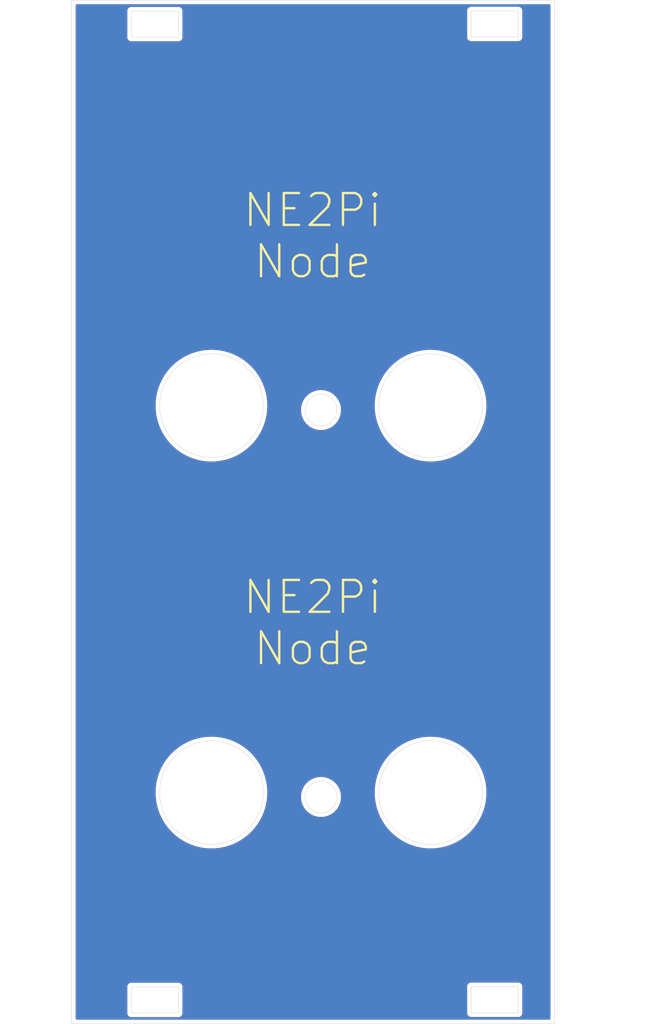
<source format=kicad_pcb>
(kicad_pcb (version 20211014) (generator pcbnew)

  (general
    (thickness 1.6)
  )

  (paper "A4")
  (layers
    (0 "F.Cu" signal)
    (31 "B.Cu" signal)
    (32 "B.Adhes" user "B.Adhesive")
    (33 "F.Adhes" user "F.Adhesive")
    (34 "B.Paste" user)
    (35 "F.Paste" user)
    (36 "B.SilkS" user "B.Silkscreen")
    (37 "F.SilkS" user "F.Silkscreen")
    (38 "B.Mask" user)
    (39 "F.Mask" user)
    (40 "Dwgs.User" user "User.Drawings")
    (41 "Cmts.User" user "User.Comments")
    (42 "Eco1.User" user "User.Eco1")
    (43 "Eco2.User" user "User.Eco2")
    (44 "Edge.Cuts" user)
    (45 "Margin" user)
    (46 "B.CrtYd" user "B.Courtyard")
    (47 "F.CrtYd" user "F.Courtyard")
    (48 "B.Fab" user)
    (49 "F.Fab" user)
    (50 "User.1" user "Nutzer.1")
    (51 "User.2" user "Nutzer.2")
    (52 "User.3" user "Nutzer.3")
    (53 "User.4" user "Nutzer.4")
    (54 "User.5" user "Nutzer.5")
    (55 "User.6" user "Nutzer.6")
    (56 "User.7" user "Nutzer.7")
    (57 "User.8" user "Nutzer.8")
    (58 "User.9" user "Nutzer.9")
  )

  (setup
    (stackup
      (layer "F.SilkS" (type "Top Silk Screen") (color "White"))
      (layer "F.Paste" (type "Top Solder Paste"))
      (layer "F.Mask" (type "Top Solder Mask") (color "Black") (thickness 0.01))
      (layer "F.Cu" (type "copper") (thickness 0.035))
      (layer "dielectric 1" (type "core") (thickness 1.51) (material "FR4") (epsilon_r 4.5) (loss_tangent 0.02))
      (layer "B.Cu" (type "copper") (thickness 0.035))
      (layer "B.Mask" (type "Bottom Solder Mask") (color "White") (thickness 0.01))
      (layer "B.Paste" (type "Bottom Solder Paste"))
      (layer "B.SilkS" (type "Bottom Silk Screen"))
      (copper_finish "None")
      (dielectric_constraints no)
    )
    (pad_to_mask_clearance 0)
    (pcbplotparams
      (layerselection 0x00010fc_ffffffff)
      (disableapertmacros false)
      (usegerberextensions false)
      (usegerberattributes true)
      (usegerberadvancedattributes true)
      (creategerberjobfile true)
      (svguseinch false)
      (svgprecision 6)
      (excludeedgelayer true)
      (plotframeref false)
      (viasonmask false)
      (mode 1)
      (useauxorigin false)
      (hpglpennumber 1)
      (hpglpenspeed 20)
      (hpglpendiameter 15.000000)
      (dxfpolygonmode true)
      (dxfimperialunits true)
      (dxfusepcbnewfont true)
      (psnegative false)
      (psa4output false)
      (plotreference true)
      (plotvalue true)
      (plotinvisibletext false)
      (sketchpadsonfab false)
      (subtractmaskfromsilk false)
      (outputformat 1)
      (mirror false)
      (drillshape 0)
      (scaleselection 1)
      (outputdirectory "gerbers/RevA/")
    )
  )

  (net 0 "")

  (gr_rect (start 20.05 18.35) (end 80.65 146.75) (layer "F.Mask") (width 0.1) (fill none) (tstamp 36587d03-2701-4b17-81b9-355f55dd8988))
  (gr_circle (center 65.1 69.2) (end 71.6 69.2) (layer "Edge.Cuts") (width 0.05) (fill none) (tstamp 094ed3b0-4e0e-4b8e-bb5f-454481dc7565))
  (gr_rect (start 27.55 142.12) (end 33.45 145.42) (layer "Edge.Cuts") (width 0.05) (fill none) (tstamp 176b5ae0-cd63-465e-b171-79f1e32aba0d))
  (gr_circle (center 37.6 69.2) (end 44.1 69.2) (layer "Edge.Cuts") (width 0.05) (fill none) (tstamp 2668159c-452a-445f-8716-449da887dcf3))
  (gr_circle (center 51.35 69.75) (end 53.35 69.75) (layer "Edge.Cuts") (width 0.05) (fill none) (tstamp 27aa4581-006b-436a-b1b4-c77336f36aee))
  (gr_rect (start 70.2 19.65) (end 76.1 22.95) (layer "Edge.Cuts") (width 0.05) (fill none) (tstamp 368902a0-9077-4294-a7c2-e51f182d4042))
  (gr_rect (start 70.2 142.1) (end 76.1 145.4) (layer "Edge.Cuts") (width 0.05) (fill none) (tstamp 4af041a3-f9b0-47e3-a6d9-29f6b0266613))
  (gr_rect (start 27.55 19.67) (end 33.45 22.97) (layer "Edge.Cuts") (width 0.05) (fill none) (tstamp 684829a1-14fb-436a-9093-a9211cbef360))
  (gr_rect (start 20.05 18.32) (end 80.65 146.75) (layer "Edge.Cuts") (width 0.05) (fill none) (tstamp 6d1e2df9-cc89-4e18-a541-699f0d20dd45))
  (gr_circle (center 37.6 117.75) (end 44.1 117.75) (layer "Edge.Cuts") (width 0.05) (fill none) (tstamp 6fa26741-dbff-4c95-9156-ff3680f6e31c))
  (gr_circle (center 65.1 117.75) (end 71.6 117.75) (layer "Edge.Cuts") (width 0.05) (fill none) (tstamp 861657bb-4842-4ff4-8909-397630472fdf))
  (gr_circle (center 51.35 118.3) (end 53.35 118.3) (layer "Edge.Cuts") (width 0.05) (fill none) (tstamp 8f7cbec2-92d0-4561-aa52-653ddd705c4e))
  (gr_rect (start 29.5 37.5) (end 73.5 81.5) (layer "F.CrtYd") (width 0.05) (fill none) (tstamp 229ed44d-dbbd-413a-a170-9fa2e0d1e47b))
  (gr_rect (start 29.5 86.05) (end 73.5 130.05) (layer "F.CrtYd") (width 0.05) (fill none) (tstamp 6f7723ab-9b81-43f3-b744-74764fc3ce28))
  (gr_text "NE2Pi\nNode" (at 50.3 96.45) (layer "F.SilkS") (tstamp 4325ca31-0332-4733-969b-95119f3b7000)
    (effects (font (size 4 4) (thickness 0.3)))
  )
  (gr_text "NE2Pi\nNode" (at 50.3 47.9) (layer "F.SilkS") (tstamp cd240f1d-9cbe-4666-a5fd-c2d690162ef5)
    (effects (font (size 4 4) (thickness 0.3)))
  )
  (dimension (type aligned) (layer "User.1") (tstamp 05a25fd7-7f12-4706-a989-0dfa0f5e43b6)
    (pts (xy 72.1 81.5) (xy 72.1 75.7))
    (height -10.8)
    (gr_text "5,8000 mm" (at 60.15 78.6 90) (layer "User.1") (tstamp 302c19ea-a1f1-4d51-bbd7-83e7f3c96c7a)
      (effects (font (size 1 1) (thickness 0.15)))
    )
    (format (units 3) (units_format 1) (precision 4))
    (style (thickness 0.05) (arrow_length 1.27) (text_position_mode 0) (extension_height 0.58642) (extension_offset 0.5) keep_text_aligned)
  )
  (dimension (type aligned) (layer "User.1") (tstamp 0d09fcbc-67dc-44bc-8c57-0e6166c94f23)
    (pts (xy 44.1 117.75) (xy 58.6 117.75))
    (height -7.5)
    (gr_text "14,5000 mm" (at 51.35 109.1) (layer "User.1") (tstamp 7c7ba209-c6f4-441e-85ee-483b1f140326)
      (effects (font (size 1 1) (thickness 0.15)))
    )
    (format (units 3) (units_format 1) (precision 4))
    (style (thickness 0.05) (arrow_length 1.27) (text_position_mode 0) (extension_height 0.58642) (extension_offset 0.5) keep_text_aligned)
  )
  (dimension (type aligned) (layer "User.1") (tstamp 26ee565f-deb1-47bc-be26-8c8b8ffadf8b)
    (pts (xy 73.5 72) (xy 71.6 72))
    (height -12.6)
    (gr_text "1,9000 mm" (at 72.55 83.45) (layer "User.1") (tstamp 8a31cd82-1f28-4bd7-9c99-fc2a45c9df1b)
      (effects (font (size 1 1) (thickness 0.15)))
    )
    (format (units 3) (units_format 1) (precision 4))
    (style (thickness 0.05) (arrow_length 1.27) (text_position_mode 0) (extension_height 0.58642) (extension_offset 0.5) keep_text_aligned)
  )
  (dimension (type aligned) (layer "User.1") (tstamp 302c19ea-a1f1-4d51-bbd7-83e7f3c96c7a)
    (pts (xy 72.1 130.05) (xy 72.1 124.25))
    (height -10.8)
    (gr_text "5,8000 mm" (at 60.15 127.15 90) (layer "User.1") (tstamp ccc9d90b-da4a-4e8d-ad59-1906856fc820)
      (effects (font (size 1 1) (thickness 0.15)))
    )
    (format (units 3) (units_format 1) (precision 4))
    (style (thickness 0.05) (arrow_length 1.27) (text_position_mode 0) (extension_height 0.58642) (extension_offset 0.5) keep_text_aligned)
  )
  (dimension (type aligned) (layer "User.1") (tstamp 3d1fca00-c8fb-4b01-9dd0-ebdbfd5c3911)
    (pts (xy 44.1 69.1) (xy 50.1 69.1))
    (height 5.7)
    (gr_text "6,0000 mm" (at 47.1 73.65) (layer "User.1") (tstamp aeea2b21-d992-408d-89bd-238435ab8bf5)
      (effects (font (size 1 1) (thickness 0.15)))
    )
    (format (units 3) (units_format 1) (precision 4))
    (style (thickness 0.05) (arrow_length 1.27) (text_position_mode 0) (extension_height 0.58642) (extension_offset 0.5) keep_text_aligned)
  )
  (dimension (type aligned) (layer "User.1") (tstamp 51c6d90c-e8f5-4012-86ac-21c9c6be2ec7)
    (pts (xy 51.35 118.3) (xy 51.35 84.15))
    (height 38.65)
    (gr_text "34,1500 mm" (at 88.85 101.225 90) (layer "User.1") (tstamp a18f840b-3143-493a-b428-e0ac5a6da0ae)
      (effects (font (size 1 1) (thickness 0.15)))
    )
    (format (units 3) (units_format 1) (precision 4))
    (style (thickness 0.1) (arrow_length 1.27) (text_position_mode 0) (extension_height 0.58642) (extension_offset 0.5) keep_text_aligned)
  )
  (dimension (type aligned) (layer "User.1") (tstamp 55b304d1-63a9-4419-b43e-6ed92e3e85a7)
    (pts (xy 54.65 130.05) (xy 54.65 118.3))
    (height -11.15)
    (gr_text "11,7500 mm" (at 42.35 124.175 90) (layer "User.1") (tstamp 3c5c3cbf-d095-4aac-86ae-931d03cc4a5d)
      (effects (font (size 1 1) (thickness 0.15)))
    )
    (format (units 3) (units_format 1) (precision 4))
    (style (thickness 0.05) (arrow_length 1.27) (text_position_mode 0) (extension_height 0.58642) (extension_offset 0.5) keep_text_aligned)
  )
  (dimension (type aligned) (layer "User.1") (tstamp 5a87e5ac-a8bb-442a-8960-ea7a77655fe5)
    (pts (xy 29.5 121.65) (xy 31.1 121.65))
    (height -10.4)
    (gr_text "1,6000 mm" (at 30.3 110.1) (layer "User.1") (tstamp bf62bef5-8e0a-4376-9a29-8371a5ee5027)
      (effects (font (size 1 1) (thickness 0.15)))
    )
    (format (units 3) (units_format 1) (precision 4))
    (style (thickness 0.05) (arrow_length 1.27) (text_position_mode 0) (extension_height 0.58642) (extension_offset 0.5) keep_text_aligned)
  )
  (dimension (type aligned) (layer "User.1") (tstamp 7e5ab859-a0cc-4dd3-8b63-52cffdff0832)
    (pts (xy 73.5 69.1) (xy 71.6 69.1))
    (height 13.1)
    (gr_text "1,9000 mm" (at 72.55 54.85) (layer "User.1") (tstamp 89eda4e6-5ba7-4386-a57e-20fd6fb1c44a)
      (effects (font (size 1 1) (thickness 0.15)))
    )
    (format (units 3) (units_format 1) (precision 4))
    (style (thickness 0.05) (arrow_length 1.27) (text_position_mode 0) (extension_height 0.58642) (extension_offset 0.5) keep_text_aligned)
  )
  (dimension (type aligned) (layer "User.1") (tstamp 89328390-06bf-4894-9086-3276b2698d6b)
    (pts (xy 73.5 51.15) (xy 23.45 51.15))
    (height 21.05)
    (gr_text "50,0500 mm" (at 48.475 28.95) (layer "User.1") (tstamp 9c05c7c1-574a-4649-b282-df5010dd6e32)
      (effects (font (size 1 1) (thickness 0.15)))
    )
    (format (units 3) (units_format 1) (precision 4))
    (style (thickness 0.1) (arrow_length 1.27) (text_position_mode 0) (extension_height 0.58642) (extension_offset 0.5) keep_text_aligned)
  )
  (dimension (type aligned) (layer "User.1") (tstamp 89eda4e6-5ba7-4386-a57e-20fd6fb1c44a)
    (pts (xy 73.5 117.65) (xy 71.6 117.65))
    (height 13.1)
    (gr_text "1,9000 mm" (at 72.55 103.4) (layer "User.1") (tstamp e07c7be2-e776-4192-99e9-1b3c7d47edde)
      (effects (font (size 1 1) (thickness 0.15)))
    )
    (format (units 3) (units_format 1) (precision 4))
    (style (thickness 0.05) (arrow_length 1.27) (text_position_mode 0) (extension_height 0.58642) (extension_offset 0.5) keep_text_aligned)
  )
  (dimension (type aligned) (layer "User.1") (tstamp 8a31cd82-1f28-4bd7-9c99-fc2a45c9df1b)
    (pts (xy 73.5 120.55) (xy 71.6 120.55))
    (height -12.6)
    (gr_text "1,9000 mm" (at 72.55 132) (layer "User.1") (tstamp de716d4a-a944-4a6a-961f-e95b90c30748)
      (effects (font (size 1 1) (thickness 0.15)))
    )
    (format (units 3) (units_format 1) (precision 4))
    (style (thickness 0.05) (arrow_length 1.27) (text_position_mode 0) (extension_height 0.58642) (extension_offset 0.5) keep_text_aligned)
  )
  (dimension (type aligned) (layer "User.1") (tstamp 9bd49f21-3a5c-4ff7-9a76-4d4021b1b1b5)
    (pts (xy 58.6 69.4) (xy 52.6 69.4))
    (height -6.3)
    (gr_text "6,0000 mm" (at 55.6 74.55) (layer "User.1") (tstamp e2542f50-517d-403e-83b2-f9010b0188e3)
      (effects (font (size 1 1) (thickness 0.15)))
    )
    (format (units 3) (units_format 1) (precision 4))
    (style (thickness 0.05) (arrow_length 1.27) (text_position_mode 0) (extension_height 0.58642) (extension_offset 0.5) keep_text_aligned)
  )
  (dimension (type aligned) (layer "User.1") (tstamp 9c05c7c1-574a-4649-b282-df5010dd6e32)
    (pts (xy 73.5 99.7) (xy 23.45 99.7))
    (height 21.05)
    (gr_text "50,0500 mm" (at 48.475 77.5) (layer "User.1") (tstamp 16d91a94-7e8d-4a68-a08c-4bfca4756cb3)
      (effects (font (size 1 1) (thickness 0.15)))
    )
    (format (units 3) (units_format 1) (precision 4))
    (style (thickness 0.1) (arrow_length 1.27) (text_position_mode 0) (extension_height 0.58642) (extension_offset 0.5) keep_text_aligned)
  )
  (dimension (type aligned) (layer "User.1") (tstamp aeea2b21-d992-408d-89bd-238435ab8bf5)
    (pts (xy 44.1 117.65) (xy 50.1 117.65))
    (height 5.7)
    (gr_text "6,0000 mm" (at 47.1 122.2) (layer "User.1") (tstamp 9d0500d3-16ed-433c-89db-0598e780bf13)
      (effects (font (size 1 1) (thickness 0.15)))
    )
    (format (units 3) (units_format 1) (precision 4))
    (style (thickness 0.05) (arrow_length 1.27) (text_position_mode 0) (extension_height 0.58642) (extension_offset 0.5) keep_text_aligned)
  )
  (dimension (type aligned) (layer "User.1") (tstamp d05f9a76-e14e-4692-bc97-698e41e0b6c3)
    (pts (xy 44.1 69.2) (xy 58.6 69.2))
    (height -7.5)
    (gr_text "14,5000 mm" (at 51.35 60.55) (layer "User.1") (tstamp 0d09fcbc-67dc-44bc-8c57-0e6166c94f23)
      (effects (font (size 1 1) (thickness 0.15)))
    )
    (format (units 3) (units_format 1) (precision 4))
    (style (thickness 0.05) (arrow_length 1.27) (text_position_mode 0) (extension_height 0.58642) (extension_offset 0.5) keep_text_aligned)
  )
  (dimension (type aligned) (layer "User.1") (tstamp d0fd8a77-dbd4-4a15-91c0-b0cce8188e77)
    (pts (xy 29.5 53.7) (xy 73.5 53.7))
    (height -21)
    (gr_text "44,0000 mm" (at 51.5 31.55) (layer "User.1") (tstamp deb52071-5967-4bea-abd3-18ec89d3a79e)
      (effects (font (size 1 1) (thickness 0.15)))
    )
    (format (units 3) (units_format 1) (precision 4))
    (style (thickness 0.05) (arrow_length 1.27) (text_position_mode 0) (extension_height 0.58642) (extension_offset 0.5) keep_text_aligned)
  )
  (dimension (type aligned) (layer "User.1") (tstamp da361872-5f9f-426c-a81c-5f942ef75cc9)
    (pts (xy 90.05 84.15) (xy 90.05 69.75))
    (height -72.9)
    (gr_text "14,4000 mm" (at 16 76.95 90) (layer "User.1") (tstamp 3484e13e-10a7-4c1b-a610-08dbfff8ccf0)
      (effects (font (size 1 1) (thickness 0.15)))
    )
    (format (units 3) (units_format 1) (precision 4))
    (style (thickness 0.1) (arrow_length 1.27) (text_position_mode 0) (extension_height 0.58642) (extension_offset 0.5) keep_text_aligned)
  )
  (dimension (type aligned) (layer "User.1") (tstamp deb52071-5967-4bea-abd3-18ec89d3a79e)
    (pts (xy 29.5 102.25) (xy 73.5 102.25))
    (height -21)
    (gr_text "44,0000 mm" (at 51.5 80.1) (layer "User.1") (tstamp 53bbcfdd-728c-4b1c-891d-759e34ac482f)
      (effects (font (size 1 1) (thickness 0.15)))
    )
    (format (units 3) (units_format 1) (precision 4))
    (style (thickness 0.05) (arrow_length 1.27) (text_position_mode 0) (extension_height 0.58642) (extension_offset 0.5) keep_text_aligned)
  )
  (dimension (type aligned) (layer "User.1") (tstamp e0eb0e24-4b66-4ef9-9448-4b525479f7b2)
    (pts (xy 54.65 81.5) (xy 54.65 69.75))
    (height -11.15)
    (gr_text "11,7500 mm" (at 42.35 75.625 90) (layer "User.1") (tstamp 55b304d1-63a9-4419-b43e-6ed92e3e85a7)
      (effects (font (size 1 1) (thickness 0.15)))
    )
    (format (units 3) (units_format 1) (precision 4))
    (style (thickness 0.05) (arrow_length 1.27) (text_position_mode 0) (extension_height 0.58642) (extension_offset 0.5) keep_text_aligned)
  )
  (dimension (type aligned) (layer "User.1") (tstamp e2542f50-517d-403e-83b2-f9010b0188e3)
    (pts (xy 58.6 117.95) (xy 52.6 117.95))
    (height -6.3)
    (gr_text "6,0000 mm" (at 55.6 123.1) (layer "User.1") (tstamp 5089e483-5011-428f-85f0-f028638e73a3)
      (effects (font (size 1 1) (thickness 0.15)))
    )
    (format (units 3) (units_format 1) (precision 4))
    (style (thickness 0.05) (arrow_length 1.27) (text_position_mode 0) (extension_height 0.58642) (extension_offset 0.5) keep_text_aligned)
  )
  (dimension (type aligned) (layer "User.1") (tstamp fe4c58f2-27ea-4b52-a875-50bbe71c09e9)
    (pts (xy 29.5 73.1) (xy 31.1 73.1))
    (height -10.4)
    (gr_text "1,6000 mm" (at 30.3 61.55) (layer "User.1") (tstamp 5a87e5ac-a8bb-442a-8960-ea7a77655fe5)
      (effects (font (size 1 1) (thickness 0.15)))
    )
    (format (units 3) (units_format 1) (precision 4))
    (style (thickness 0.05) (arrow_length 1.27) (text_position_mode 0) (extension_height 0.58642) (extension_offset 0.5) keep_text_aligned)
  )

  (zone (net 0) (net_name "") (layer "F.Cu") (tstamp 7adb4ca6-bddd-467d-88e7-a911656ab86d) (hatch edge 0.508)
    (connect_pads (clearance 0.508))
    (min_thickness 0.254) (filled_areas_thickness no)
    (fill yes (thermal_gap 0.508) (thermal_bridge_width 0.508))
    (polygon
      (pts
        (xy 80.65 146.75)
        (xy 20.05 146.75)
        (xy 20.05 18.3)
        (xy 80.65 18.3)
      )
    )
    (filled_polygon
      (layer "F.Cu")
      (island)
      (pts
        (xy 80.083621 18.848502)
        (xy 80.130114 18.902158)
        (xy 80.1415 18.9545)
        (xy 80.1415 146.1155)
        (xy 80.121498 146.183621)
        (xy 80.067842 146.230114)
        (xy 80.0155 146.2415)
        (xy 20.6845 146.2415)
        (xy 20.616379 146.221498)
        (xy 20.569886 146.167842)
        (xy 20.5585 146.1155)
        (xy 20.5585 145.489721)
        (xy 27.041024 145.489721)
        (xy 27.043491 145.498352)
        (xy 27.04915 145.518153)
        (xy 27.052728 145.534915)
        (xy 27.05692 145.564187)
        (xy 27.060634 145.572355)
        (xy 27.060634 145.572356)
        (xy 27.067548 145.587562)
        (xy 27.073996 145.605086)
        (xy 27.081051 145.629771)
        (xy 27.085843 145.637365)
        (xy 27.085844 145.637368)
        (xy 27.09683 145.65478)
        (xy 27.104969 145.669863)
        (xy 27.117208 145.696782)
        (xy 27.123069 145.703584)
        (xy 27.13397 145.716235)
        (xy 27.145073 145.731239)
        (xy 27.158776 145.752958)
        (xy 27.165501 145.758897)
        (xy 27.165504 145.758901)
        (xy 27.180938 145.772532)
        (xy 27.192982 145.784724)
        (xy 27.206427 145.800327)
        (xy 27.20643 145.800329)
        (xy 27.212287 145.807127)
        (xy 27.219816 145.812007)
        (xy 27.219817 145.812008)
        (xy 27.233835 145.821094)
        (xy 27.248709 145.832385)
        (xy 27.253377 145.836507)
        (xy 27.267951 145.849378)
        (xy 27.293708 145.861471)
        (xy 27.294711 145.861942)
        (xy 27.309691 145.870263)
        (xy 27.326983 145.881471)
        (xy 27.326988 145.881473)
        (xy 27.334515 145.886352)
        (xy 27.343108 145.888922)
        (xy 27.343113 145.888924)
        (xy 27.35912 145.893711)
        (xy 27.376564 145.900372)
        (xy 27.391676 145.907467)
        (xy 27.391678 145.907468)
        (xy 27.3998 145.911281)
        (xy 27.408667 145.912662)
        (xy 27.408668 145.912662)
        (xy 27.411353 145.91308)
        (xy 27.429017 145.91583)
        (xy 27.445732 145.919613)
        (xy 27.465466 145.925515)
        (xy 27.465472 145.925516)
        (xy 27.474066 145.928086)
        (xy 27.483037 145.928141)
        (xy 27.483038 145.928141)
        (xy 27.493097 145.928202)
        (xy 27.508506 145.928296)
        (xy 27.509289 145.928329)
        (xy 27.510386 145.9285)
        (xy 27.541377 145.9285)
        (xy 27.542147 145.928502)
        (xy 27.615785 145.928952)
        (xy 27.615786 145.928952)
        (xy 27.619721 145.928976)
        (xy 27.621065 145.928592)
        (xy 27.62241 145.9285)
        (xy 33.441377 145.9285)
        (xy 33.442148 145.928502)
        (xy 33.519721 145.928976)
        (xy 33.548152 145.92085)
        (xy 33.564915 145.917272)
        (xy 33.565753 145.917152)
        (xy 33.594187 145.91308)
        (xy 33.603214 145.908976)
        (xy 33.617562 145.902452)
        (xy 33.635087 145.896004)
        (xy 33.635696 145.89583)
        (xy 33.659771 145.888949)
        (xy 33.667365 145.884157)
        (xy 33.667368 145.884156)
        (xy 33.68478 145.87317)
        (xy 33.699865 145.86503)
        (xy 33.726782 145.852792)
        (xy 33.746235 145.83603)
        (xy 33.761239 145.824927)
        (xy 33.782958 145.811224)
        (xy 33.788897 145.804499)
        (xy 33.788901 145.804496)
        (xy 33.802532 145.789062)
        (xy 33.814724 145.777018)
        (xy 33.830327 145.763573)
        (xy 33.830329 145.76357)
        (xy 33.837127 145.757713)
        (xy 33.851094 145.736165)
        (xy 33.862385 145.721291)
        (xy 33.873431 145.708783)
        (xy 33.873432 145.708782)
        (xy 33.879378 145.702049)
        (xy 33.891943 145.675287)
        (xy 33.900263 145.660309)
        (xy 33.911471 145.643017)
        (xy 33.911473 145.643012)
        (xy 33.916352 145.635485)
        (xy 33.918922 145.626892)
        (xy 33.918924 145.626887)
        (xy 33.923711 145.61088)
        (xy 33.930372 145.593436)
        (xy 33.937467 145.578324)
        (xy 33.937468 145.578322)
        (xy 33.941281 145.5702)
        (xy 33.94583 145.540983)
        (xy 33.949613 145.524268)
        (xy 33.955515 145.504534)
        (xy 33.955516 145.504528)
        (xy 33.958086 145.495934)
        (xy 33.958246 145.469721)
        (xy 69.691024 145.469721)
        (xy 69.693491 145.478352)
        (xy 69.69915 145.498153)
        (xy 69.702728 145.514915)
        (xy 69.70692 145.544187)
        (xy 69.710634 145.552355)
        (xy 69.710634 145.552356)
        (xy 69.717548 145.567562)
        (xy 69.723996 145.585086)
        (xy 69.731051 145.609771)
        (xy 69.735843 145.617365)
        (xy 69.735844 145.617368)
        (xy 69.74683 145.63478)
        (xy 69.754969 145.649863)
        (xy 69.767208 145.676782)
        (xy 69.773069 145.683584)
        (xy 69.78397 145.696235)
        (xy 69.795073 145.711239)
        (xy 69.808776 145.732958)
        (xy 69.815501 145.738897)
        (xy 69.815504 145.738901)
        (xy 69.830938 145.752532)
        (xy 69.842982 145.764724)
        (xy 69.856427 145.780327)
        (xy 69.85643 145.780329)
        (xy 69.862287 145.787127)
        (xy 69.869816 145.792007)
        (xy 69.869817 145.792008)
        (xy 69.883835 145.801094)
        (xy 69.898709 145.812385)
        (xy 69.908571 145.821094)
        (xy 69.917951 145.829378)
        (xy 69.944711 145.841942)
        (xy 69.959691 145.850263)
        (xy 69.976983 145.861471)
        (xy 69.976988 145.861473)
        (xy 69.984515 145.866352)
        (xy 69.993108 145.868922)
        (xy 69.993113 145.868924)
        (xy 70.00912 145.873711)
        (xy 70.026564 145.880372)
        (xy 70.041676 145.887467)
        (xy 70.041678 145.887468)
        (xy 70.0498 145.891281)
        (xy 70.058667 145.892662)
        (xy 70.058668 145.892662)
        (xy 70.06831 145.894163)
        (xy 70.079017 145.89583)
        (xy 70.095732 145.899613)
        (xy 70.115466 145.905515)
        (xy 70.115472 145.905516)
        (xy 70.124066 145.908086)
        (xy 70.133037 145.908141)
        (xy 70.133038 145.908141)
        (xy 70.143097 145.908202)
        (xy 70.158506 145.908296)
        (xy 70.159289 145.908329)
        (xy 70.160386 145.9085)
        (xy 70.191377 145.9085)
        (xy 70.192147 145.908502)
        (xy 70.265785 145.908952)
        (xy 70.265786 145.908952)
        (xy 70.269721 145.908976)
        (xy 70.271065 145.908592)
        (xy 70.27241 145.9085)
        (xy 76.091377 145.9085)
        (xy 76.092148 145.908502)
        (xy 76.169721 145.908976)
        (xy 76.198152 145.90085)
        (xy 76.214915 145.897272)
        (xy 76.215753 145.897152)
        (xy 76.244187 145.89308)
        (xy 76.267564 145.882451)
        (xy 76.285087 145.876004)
        (xy 76.309771 145.868949)
        (xy 76.317365 145.864157)
        (xy 76.317368 145.864156)
        (xy 76.33478 145.85317)
        (xy 76.349865 145.84503)
        (xy 76.353382 145.843431)
        (xy 76.376782 145.832792)
        (xy 76.396235 145.81603)
        (xy 76.411239 145.804927)
        (xy 76.432958 145.791224)
        (xy 76.438897 145.784499)
        (xy 76.438901 145.784496)
        (xy 76.452532 145.769062)
        (xy 76.464724 145.757018)
        (xy 76.480327 145.743573)
        (xy 76.480329 145.74357)
        (xy 76.487127 145.737713)
        (xy 76.493223 145.728309)
        (xy 76.501094 145.716165)
        (xy 76.512385 145.701291)
        (xy 76.523431 145.688783)
        (xy 76.523432 145.688782)
        (xy 76.529378 145.682049)
        (xy 76.541943 145.655287)
        (xy 76.550263 145.640309)
        (xy 76.561471 145.623017)
        (xy 76.561473 145.623012)
        (xy 76.566352 145.615485)
        (xy 76.568922 145.606892)
        (xy 76.568924 145.606887)
        (xy 76.573711 145.59088)
        (xy 76.580372 145.573436)
        (xy 76.587467 145.558324)
        (xy 76.587468 145.558322)
        (xy 76.591281 145.5502)
        (xy 76.59583 145.520983)
        (xy 76.599613 145.504268)
        (xy 76.605515 145.484534)
        (xy 76.605516 145.484528)
        (xy 76.608086 145.475934)
        (xy 76.608296 145.441494)
        (xy 76.608329 145.440711)
        (xy 76.6085 145.439614)
        (xy 76.6085 145.408623)
        (xy 76.608502 145.407853)
        (xy 76.608952 145.334215)
        (xy 76.608952 145.334214)
        (xy 76.608976 145.330279)
        (xy 76.608592 145.328935)
        (xy 76.6085 145.32759)
        (xy 76.6085 142.108623)
        (xy 76.608502 142.107853)
        (xy 76.608603 142.091377)
        (xy 76.608976 142.030279)
        (xy 76.60085 142.001847)
        (xy 76.597272 141.985085)
        (xy 76.594352 141.964698)
        (xy 76.59308 141.955813)
        (xy 76.582451 141.932436)
        (xy 76.576004 141.914913)
        (xy 76.568949 141.890229)
        (xy 76.5623 141.879691)
        (xy 76.55317 141.86522)
        (xy 76.54503 141.850135)
        (xy 76.532792 141.823218)
        (xy 76.51603 141.803765)
        (xy 76.504927 141.788761)
        (xy 76.491224 141.767042)
        (xy 76.484499 141.761103)
        (xy 76.484496 141.761099)
        (xy 76.469062 141.747468)
        (xy 76.457018 141.735276)
        (xy 76.443573 141.719673)
        (xy 76.44357 141.719671)
        (xy 76.437713 141.712873)
        (xy 76.424009 141.70399)
        (xy 76.416165 141.698906)
        (xy 76.401291 141.687615)
        (xy 76.388783 141.676569)
        (xy 76.388782 141.676568)
        (xy 76.382049 141.670622)
        (xy 76.355287 141.658057)
        (xy 76.340309 141.649737)
        (xy 76.323017 141.638529)
        (xy 76.323012 141.638527)
        (xy 76.315485 141.633648)
        (xy 76.306892 141.631078)
        (xy 76.306887 141.631076)
        (xy 76.29088 141.626289)
        (xy 76.273436 141.619628)
        (xy 76.258324 141.612533)
        (xy 76.258322 141.612532)
        (xy 76.2502 141.608719)
        (xy 76.241333 141.607338)
        (xy 76.241332 141.607338)
        (xy 76.230478 141.605648)
        (xy 76.220983 141.60417)
        (xy 76.204268 141.600387)
        (xy 76.184534 141.594485)
        (xy 76.184528 141.594484)
        (xy 76.175934 141.591914)
        (xy 76.166963 141.591859)
        (xy 76.166962 141.591859)
        (xy 76.156903 141.591798)
        (xy 76.141494 141.591704)
        (xy 76.140711 141.591671)
        (xy 76.139614 141.5915)
        (xy 76.108623 141.5915)
        (xy 76.107853 141.591498)
        (xy 76.034215 141.591048)
        (xy 76.034214 141.591048)
        (xy 76.030279 141.591024)
        (xy 76.028935 141.591408)
        (xy 76.02759 141.5915)
        (xy 70.208623 141.5915)
        (xy 70.207853 141.591498)
        (xy 70.207037 141.591493)
        (xy 70.130279 141.591024)
        (xy 70.107918 141.597415)
        (xy 70.101847 141.59915)
        (xy 70.085085 141.602728)
        (xy 70.055813 141.60692)
        (xy 70.047645 141.610634)
        (xy 70.047644 141.610634)
        (xy 70.032438 141.617548)
        (xy 70.014914 141.623996)
        (xy 69.990229 141.631051)
        (xy 69.982635 141.635843)
        (xy 69.982632 141.635844)
        (xy 69.96522 141.64683)
        (xy 69.950137 141.654969)
        (xy 69.923218 141.667208)
        (xy 69.916416 141.673069)
        (xy 69.903765 141.68397)
        (xy 69.888761 141.695073)
        (xy 69.867042 141.708776)
        (xy 69.861103 141.715501)
        (xy 69.861099 141.715504)
        (xy 69.847468 141.730938)
        (xy 69.835276 141.742982)
        (xy 69.819673 141.756427)
        (xy 69.819671 141.75643)
        (xy 69.812873 141.762287)
        (xy 69.807993 141.769816)
        (xy 69.807992 141.769817)
        (xy 69.798906 141.783835)
        (xy 69.787615 141.798709)
        (xy 69.778747 141.808751)
        (xy 69.770622 141.817951)
        (xy 69.761232 141.837951)
        (xy 69.758058 141.844711)
        (xy 69.749737 141.859691)
        (xy 69.738529 141.876983)
        (xy 69.738527 141.876988)
        (xy 69.733648 141.884515)
        (xy 69.731078 141.893108)
        (xy 69.731076 141.893113)
        (xy 69.726289 141.90912)
        (xy 69.719628 141.926564)
        (xy 69.714218 141.938088)
        (xy 69.708719 141.9498)
        (xy 69.704669 141.975813)
        (xy 69.70417 141.979015)
        (xy 69.700387 141.995732)
        (xy 69.694485 142.015466)
        (xy 69.694484 142.015472)
        (xy 69.691914 142.024066)
        (xy 69.691859 142.033037)
        (xy 69.691859 142.033038)
        (xy 69.691704 142.058497)
        (xy 69.691671 142.059289)
        (xy 69.6915 142.060386)
        (xy 69.6915 142.091377)
        (xy 69.691498 142.092147)
        (xy 69.691381 142.111377)
        (xy 69.691024 142.169721)
        (xy 69.691408 142.171065)
        (xy 69.6915 142.17241)
        (xy 69.6915 145.391377)
        (xy 69.691498 145.392147)
        (xy 69.691024 145.469721)
        (xy 33.958246 145.469721)
        (xy 33.958296 145.461494)
        (xy 33.958329 145.460711)
        (xy 33.9585 145.459614)
        (xy 33.9585 145.428623)
        (xy 33.958502 145.427853)
        (xy 33.958952 145.354215)
        (xy 33.958952 145.354214)
        (xy 33.958976 145.350279)
        (xy 33.958592 145.348935)
        (xy 33.9585 145.34759)
        (xy 33.9585 142.128623)
        (xy 33.958502 142.127853)
        (xy 33.9588 142.079102)
        (xy 33.958976 142.050279)
        (xy 33.95085 142.021847)
        (xy 33.947272 142.005085)
        (xy 33.946403 141.999015)
        (xy 33.94308 141.975813)
        (xy 33.932451 141.952436)
        (xy 33.926004 141.934913)
        (xy 33.923618 141.926564)
        (xy 33.918949 141.910229)
        (xy 33.911777 141.898862)
        (xy 33.90317 141.88522)
        (xy 33.89503 141.870135)
        (xy 33.892564 141.864711)
        (xy 33.882792 141.843218)
        (xy 33.86603 141.823765)
        (xy 33.854927 141.808761)
        (xy 33.841224 141.787042)
        (xy 33.834499 141.781103)
        (xy 33.834496 141.781099)
        (xy 33.819062 141.767468)
        (xy 33.807018 141.755276)
        (xy 33.793573 141.739673)
        (xy 33.79357 141.739671)
        (xy 33.787713 141.732873)
        (xy 33.774009 141.72399)
        (xy 33.766165 141.718906)
        (xy 33.751291 141.707615)
        (xy 33.738783 141.696569)
        (xy 33.738782 141.696568)
        (xy 33.732049 141.690622)
        (xy 33.705287 141.678057)
        (xy 33.690309 141.669737)
        (xy 33.673017 141.658529)
        (xy 33.673012 141.658527)
        (xy 33.665485 141.653648)
        (xy 33.656892 141.651078)
        (xy 33.656887 141.651076)
        (xy 33.64088 141.646289)
        (xy 33.623436 141.639628)
        (xy 33.608324 141.632533)
        (xy 33.608322 141.632532)
        (xy 33.6002 141.628719)
        (xy 33.591333 141.627338)
        (xy 33.591332 141.627338)
        (xy 33.580478 141.625648)
        (xy 33.570983 141.62417)
        (xy 33.554268 141.620387)
        (xy 33.534534 141.614485)
        (xy 33.534528 141.614484)
        (xy 33.525934 141.611914)
        (xy 33.516963 141.611859)
        (xy 33.516962 141.611859)
        (xy 33.506903 141.611798)
        (xy 33.491494 141.611704)
        (xy 33.490711 141.611671)
        (xy 33.489614 141.6115)
        (xy 33.458623 141.6115)
        (xy 33.457853 141.611498)
        (xy 33.384215 141.611048)
        (xy 33.384214 141.611048)
        (xy 33.380279 141.611024)
        (xy 33.378935 141.611408)
        (xy 33.37759 141.6115)
        (xy 27.558623 141.6115)
        (xy 27.557853 141.611498)
        (xy 27.557037 141.611493)
        (xy 27.480279 141.611024)
        (xy 27.457918 141.617415)
        (xy 27.451847 141.61915)
        (xy 27.435085 141.622728)
        (xy 27.405813 141.62692)
        (xy 27.386186 141.635844)
        (xy 27.382438 141.637548)
        (xy 27.364914 141.643996)
        (xy 27.340229 141.651051)
        (xy 27.332635 141.655843)
        (xy 27.332632 141.655844)
        (xy 27.31522 141.66683)
        (xy 27.300137 141.674969)
        (xy 27.273218 141.687208)
        (xy 27.266416 141.693069)
        (xy 27.253765 141.70397)
        (xy 27.238761 141.715073)
        (xy 27.217042 141.728776)
        (xy 27.211103 141.735501)
        (xy 27.211099 141.735504)
        (xy 27.197468 141.750938)
        (xy 27.185276 141.762982)
        (xy 27.169673 141.776427)
        (xy 27.169671 141.77643)
        (xy 27.162873 141.782287)
        (xy 27.157993 141.789816)
        (xy 27.157992 141.789817)
        (xy 27.148906 141.803835)
        (xy 27.137615 141.818709)
        (xy 27.126569 141.831217)
        (xy 27.120622 141.837951)
        (xy 27.110415 141.859691)
        (xy 27.108058 141.864711)
        (xy 27.099737 141.879691)
        (xy 27.088529 141.896983)
        (xy 27.088527 141.896988)
        (xy 27.083648 141.904515)
        (xy 27.081078 141.913108)
        (xy 27.081076 141.913113)
        (xy 27.076289 141.92912)
        (xy 27.069628 141.946564)
        (xy 27.062533 141.961676)
        (xy 27.058719 141.9698)
        (xy 27.057338 141.978667)
        (xy 27.057338 141.978668)
        (xy 27.05417 141.999015)
        (xy 27.050387 142.015732)
        (xy 27.044485 142.035466)
        (xy 27.044484 142.035472)
        (xy 27.041914 142.044066)
        (xy 27.041859 142.053037)
        (xy 27.041859 142.053038)
        (xy 27.041704 142.078497)
        (xy 27.041671 142.079289)
        (xy 27.0415 142.080386)
        (xy 27.0415 142.111377)
        (xy 27.041498 142.112147)
        (xy 27.041024 142.189721)
        (xy 27.041408 142.191065)
        (xy 27.0415 142.19241)
        (xy 27.0415 145.411377)
        (xy 27.041498 145.412147)
        (xy 27.041024 145.489721)
        (xy 20.5585 145.489721)
        (xy 20.5585 117.823443)
        (xy 30.586981 117.823443)
        (xy 30.611193 118.336867)
        (xy 30.611471 118.339167)
        (xy 30.611472 118.339175)
        (xy 30.631851 118.507577)
        (xy 30.672943 118.847138)
        (xy 30.771898 119.351517)
        (xy 30.772509 119.35375)
        (xy 30.772511 119.353759)
        (xy 30.906918 119.845069)
        (xy 30.907527 119.847294)
        (xy 31.079102 120.331806)
        (xy 31.285701 120.802452)
        (xy 31.286789 120.804508)
        (xy 31.286792 120.804513)
        (xy 31.423187 121.062118)
        (xy 31.526214 121.256702)
        (xy 31.79935 121.692118)
        (xy 32.103641 122.10636)
        (xy 32.437454 122.497205)
        (xy 32.798995 122.862551)
        (xy 32.800726 122.864061)
        (xy 32.800727 122.864062)
        (xy 33.184589 123.198928)
        (xy 33.184602 123.198938)
        (xy 33.186322 123.200439)
        (xy 33.188157 123.201817)
        (xy 33.188161 123.20182)
        (xy 33.595499 123.507658)
        (xy 33.595508 123.507664)
        (xy 33.597355 123.509051)
        (xy 34.029887 123.786732)
        (xy 34.031917 123.787834)
        (xy 34.479571 124.03089)
        (xy 34.479579 124.030894)
        (xy 34.481594 124.031988)
        (xy 34.483687 124.032933)
        (xy 34.483689 124.032934)
        (xy 34.947938 124.242551)
        (xy 34.947952 124.242557)
        (xy 34.95005 124.243504)
        (xy 35.432739 124.420144)
        (xy 35.434966 124.420778)
        (xy 35.434971 124.42078)
        (xy 35.924845 124.560324)
        (xy 35.924851 124.560325)
        (xy 35.927068 124.560957)
        (xy 35.929329 124.561425)
        (xy 35.929328 124.561425)
        (xy 36.428131 124.664723)
        (xy 36.428141 124.664725)
        (xy 36.430383 124.665189)
        (xy 36.93998 124.732278)
        (xy 37.190796 124.74674)
        (xy 37.450825 124.761734)
        (xy 37.450837 124.761734)
        (xy 37.453122 124.761866)
        (xy 37.455422 124.76183)
        (xy 37.455428 124.76183)
        (xy 37.964721 124.753829)
        (xy 37.964731 124.753828)
        (xy 37.967053 124.753792)
        (xy 38.005667 124.750346)
        (xy 38.47671 124.708307)
        (xy 38.476722 124.708305)
        (xy 38.479013 124.708101)
        (xy 38.986251 124.625038)
        (xy 39.486043 124.505048)
        (xy 39.488241 124.504346)
        (xy 39.48825 124.504344)
        (xy 39.754577 124.419348)
        (xy 39.975706 124.348777)
        (xy 39.977853 124.347914)
        (xy 40.450469 124.157923)
        (xy 40.450472 124.157922)
        (xy 40.452608 124.157063)
        (xy 40.914189 123.930937)
        (xy 41.241434 123.739711)
        (xy 41.355975 123.672779)
        (xy 41.355979 123.672776)
        (xy 41.35797 123.671613)
        (xy 41.781566 123.380483)
        (xy 42.182703 123.059112)
        (xy 42.559226 122.709226)
        (xy 42.909112 122.332703)
        (xy 43.230483 121.931566)
        (xy 43.521613 121.50797)
        (xy 43.780937 121.064189)
        (xy 44.007063 120.602608)
        (xy 44.060338 120.470084)
        (xy 44.197914 120.127853)
        (xy 44.197915 120.127851)
        (xy 44.198777 120.125706)
        (xy 44.276913 119.880874)
        (xy 44.354344 119.63825)
        (xy 44.354346 119.638241)
        (xy 44.355048 119.636043)
        (xy 44.475038 119.136251)
        (xy 44.558101 118.629013)
        (xy 44.587465 118.3)
        (xy 48.83654 118.3)
        (xy 48.856359 118.61502)
        (xy 48.915505 118.925072)
        (xy 49.013044 119.225266)
        (xy 49.014731 119.228852)
        (xy 49.014733 119.228856)
        (xy 49.14575 119.507283)
        (xy 49.145754 119.50729)
        (xy 49.147438 119.510869)
        (xy 49.316568 119.777375)
        (xy 49.517767 120.020582)
        (xy 49.74786 120.236654)
        (xy 50.003221 120.422184)
        (xy 50.279821 120.574247)
        (xy 50.28349 120.5757)
        (xy 50.283495 120.575702)
        (xy 50.436869 120.636427)
        (xy 50.573298 120.690443)
        (xy 50.879025 120.76894)
        (xy 51.192179 120.8085)
        (xy 51.507821 120.8085)
        (xy 51.820975 120.76894)
        (xy 52.126702 120.690443)
        (xy 52.263131 120.636427)
        (xy 52.416505 120.575702)
        (xy 52.41651 120.5757)
        (xy 52.420179 120.574247)
        (xy 52.696779 120.422184)
        (xy 52.95214 120.236654)
        (xy 53.182233 120.020582)
        (xy 53.383432 119.777375)
        (xy 53.552562 119.510869)
        (xy 53.554246 119.50729)
        (xy 53.55425 119.507283)
        (xy 53.685267 119.228856)
        (xy 53.685269 119.228852)
        (xy 53.686956 119.225266)
        (xy 53.784495 118.925072)
        (xy 53.843641 118.61502)
        (xy 53.86346 118.3)
        (xy 53.843641 117.98498)
        (xy 53.812826 117.823443)
        (xy 58.086981 117.823443)
        (xy 58.111193 118.336867)
        (xy 58.111471 118.339167)
        (xy 58.111472 118.339175)
        (xy 58.131851 118.507577)
        (xy 58.172943 118.847138)
        (xy 58.271898 119.351517)
        (xy 58.272509 119.35375)
        (xy 58.272511 119.353759)
        (xy 58.406918 119.845069)
        (xy 58.407527 119.847294)
        (xy 58.579102 120.331806)
        (xy 58.785701 120.802452)
        (xy 58.786789 120.804508)
        (xy 58.786792 120.804513)
        (xy 58.923187 121.062118)
        (xy 59.026214 121.256702)
        (xy 59.29935 121.692118)
        (xy 59.603641 122.10636)
        (xy 59.937454 122.497205)
        (xy 60.298995 122.862551)
        (xy 60.300726 122.864061)
        (xy 60.300727 122.864062)
        (xy 60.684589 123.198928)
        (xy 60.684602 123.198938)
        (xy 60.686322 123.200439)
        (xy 60.688157 123.201817)
        (xy 60.688161 123.20182)
        (xy 61.095499 123.507658)
        (xy 61.095508 123.507664)
        (xy 61.097355 123.509051)
        (xy 61.529887 123.786732)
        (xy 61.531917 123.787834)
        (xy 61.979571 124.03089)
        (xy 61.979579 124.030894)
        (xy 61.981594 124.031988)
        (xy 61.983687 124.032933)
        (xy 61.983689 124.032934)
        (xy 62.447938 124.242551)
        (xy 62.447952 124.242557)
        (xy 62.45005 124.243504)
        (xy 62.932739 124.420144)
        (xy 62.934966 124.420778)
        (xy 62.934971 124.42078)
        (xy 63.424845 124.560324)
        (xy 63.424851 124.560325)
        (xy 63.427068 124.560957)
        (xy 63.429329 124.561425)
        (xy 63.429328 124.561425)
        (xy 63.928131 124.664723)
        (xy 63.928141 124.664725)
        (xy 63.930383 124.665189)
        (xy 64.43998 124.732278)
        (xy 64.690796 124.74674)
        (xy 64.950825 124.761734)
        (xy 64.950837 124.761734)
        (xy 64.953122 124.761866)
        (xy 64.955422 124.76183)
        (xy 64.955428 124.76183)
        (xy 65.464721 124.753829)
        (xy 65.464731 124.753828)
        (xy 65.467053 124.753792)
        (xy 65.505667 124.750346)
        (xy 65.97671 124.708307)
        (xy 65.976722 124.708305)
        (xy 65.979013 124.708101)
        (xy 66.486251 124.625038)
        (xy 66.986043 124.505048)
        (xy 66.988241 124.504346)
        (xy 66.98825 124.504344)
        (xy 67.254577 124.419348)
        (xy 67.475706 124.348777)
        (xy 67.477853 124.347914)
        (xy 67.950469 124.157923)
        (xy 67.950472 124.157922)
        (xy 67.952608 124.157063)
        (xy 68.414189 123.930937)
        (xy 68.741434 123.739711)
        (xy 68.855975 123.672779)
        (xy 68.855979 123.672776)
        (xy 68.85797 123.671613)
        (xy 69.281566 123.380483)
        (xy 69.682703 123.059112)
        (xy 70.059226 122.709226)
        (xy 70.409112 122.332703)
        (xy 70.730483 121.931566)
        (xy 71.021613 121.50797)
        (xy 71.280937 121.064189)
        (xy 71.507063 120.602608)
        (xy 71.560338 120.470084)
        (xy 71.697914 120.127853)
        (xy 71.697915 120.127851)
        (xy 71.698777 120.125706)
        (xy 71.776913 119.880874)
        (xy 71.854344 119.63825)
        (xy 71.854346 119.638241)
        (xy 71.855048 119.636043)
        (xy 71.975038 119.136251)
        (xy 72.058101 118.629013)
        (xy 72.087465 118.3)
        (xy 72.103615 118.119034)
        (xy 72.103792 118.117053)
        (xy 72.113404 117.75)
        (xy 72.094569 117.236351)
        (xy 72.077947 117.085784)
        (xy 72.061805 116.939573)
        (xy 72.038167 116.725461)
        (xy 71.944499 116.220073)
        (xy 71.862779 115.908576)
        (xy 71.814652 115.725127)
        (xy 71.814648 115.725113)
        (xy 71.814068 115.722903)
        (xy 71.686844 115.351309)
        (xy 71.648321 115.238793)
        (xy 71.648318 115.238784)
        (xy 71.647577 115.236621)
        (xy 71.646683 115.234525)
        (xy 71.646678 115.234512)
        (xy 71.511977 114.918712)
        (xy 71.445918 114.763838)
        (xy 71.311989 114.504355)
        (xy 71.211236 114.309151)
        (xy 71.211232 114.309145)
        (xy 71.210174 114.307094)
        (xy 70.941613 113.868841)
        (xy 70.641676 113.451435)
        (xy 70.311975 113.057117)
        (xy 69.95428 112.688004)
        (xy 69.823742 112.571698)
        (xy 69.572233 112.347612)
        (xy 69.572227 112.347607)
        (xy 69.570512 112.346079)
        (xy 69.162733 112.033179)
        (xy 69.160828 112.031928)
        (xy 69.160813 112.031917)
        (xy 68.735061 111.752251)
        (xy 68.735052 111.752246)
        (xy 68.733133 111.750985)
        (xy 68.284019 111.501011)
        (xy 68.127466 111.428342)
        (xy 67.819889 111.285569)
        (xy 67.819882 111.285566)
        (xy 67.817803 111.284601)
        (xy 67.33699 111.102917)
        (xy 67.334789 111.102265)
        (xy 67.334783 111.102263)
        (xy 66.846389 110.957594)
        (xy 66.84638 110.957592)
        (xy 66.844163 110.956935)
        (xy 66.341967 110.847439)
        (xy 65.8331 110.775016)
        (xy 65.320296 110.740057)
        (xy 65.317979 110.740069)
        (xy 65.317975 110.740069)
        (xy 65.033884 110.741557)
        (xy 64.806309 110.742748)
        (xy 64.687058 110.752133)
        (xy 64.296196 110.782894)
        (xy 64.29619 110.782895)
        (xy 64.293899 110.783075)
        (xy 63.98151 110.830878)
        (xy 63.788112 110.860472)
        (xy 63.788109 110.860473)
        (xy 63.785819 110.860823)
        (xy 63.783565 110.861339)
        (xy 63.783561 110.86134)
        (xy 63.287049 110.975056)
        (xy 63.287043 110.975058)
        (xy 63.284797 110.975572)
        (xy 63.282589 110.976251)
        (xy 63.28259 110.976251)
        (xy 62.795728 111.126029)
        (xy 62.795721 111.126031)
        (xy 62.793525 111.126707)
        (xy 62.314641 111.313416)
        (xy 62.036523 111.446071)
        (xy 61.923374 111.500041)
        (xy 61.850718 111.534696)
        (xy 61.84873 111.53583)
        (xy 61.406247 111.788217)
        (xy 61.406234 111.788225)
        (xy 61.404246 111.789359)
        (xy 60.977625 112.076037)
        (xy 60.573144 112.39319)
        (xy 60.192978 112.739114)
        (xy 59.839168 113.111953)
        (xy 59.513614 113.509702)
        (xy 59.218064 113.930226)
        (xy 59.216873 113.932216)
        (xy 58.991283 114.309151)
        (xy 58.954107 114.371267)
        (xy 58.72316 114.830455)
        (xy 58.722276 114.83259)
        (xy 58.722272 114.832598)
        (xy 58.52734 115.303205)
        (xy 58.526463 115.305323)
        (xy 58.525744 115.307497)
        (xy 58.387626 115.725127)
        (xy 58.365072 115.793323)
        (xy 58.239856 116.291831)
        (xy 58.239462 116.294089)
        (xy 58.23946 116.294098)
        (xy 58.226901 116.366057)
        (xy 58.151485 116.798172)
        (xy 58.100435 117.309625)
        (xy 58.098331 117.389968)
        (xy 58.090547 117.687258)
        (xy 58.088853 117.75197)
        (xy 58.086981 117.823443)
        (xy 53.812826 117.823443)
        (xy 53.784495 117.674928)
        (xy 53.686956 117.374734)
        (xy 53.6574 117.311924)
        (xy 53.55425 117.092717)
        (xy 53.554246 117.09271)
        (xy 53.552562 117.089131)
        (xy 53.383432 116.822625)
        (xy 53.182233 116.579418)
        (xy 52.95214 116.363346)
        (xy 52.696779 116.177816)
        (xy 52.420179 116.025753)
        (xy 52.41651 116.0243)
        (xy 52.416505 116.024298)
        (xy 52.130372 115.91101)
        (xy 52.130371 115.91101)
        (xy 52.126702 115.909557)
        (xy 51.820975 115.83106)
        (xy 51.507821 115.7915)
        (xy 51.192179 115.7915)
        (xy 50.879025 115.83106)
        (xy 50.573298 115.909557)
        (xy 50.569629 115.91101)
        (xy 50.569628 115.91101)
        (xy 50.283495 116.024298)
        (xy 50.28349 116.0243)
        (xy 50.279821 116.025753)
        (xy 50.003221 116.177816)
        (xy 49.74786 116.363346)
        (xy 49.517767 116.579418)
        (xy 49.316568 116.822625)
        (xy 49.147438 117.089131)
        (xy 49.145754 117.09271)
        (xy 49.14575 117.092717)
        (xy 49.0426 117.311924)
        (xy 49.013044 117.374734)
        (xy 48.915505 117.674928)
        (xy 48.856359 117.98498)
        (xy 48.838833 118.263559)
        (xy 48.83654 118.3)
        (xy 44.587465 118.3)
        (xy 44.603615 118.119034)
        (xy 44.603792 118.117053)
        (xy 44.613404 117.75)
        (xy 44.594569 117.236351)
        (xy 44.577947 117.085784)
        (xy 44.561805 116.939573)
        (xy 44.538167 116.725461)
        (xy 44.444499 116.220073)
        (xy 44.362779 115.908576)
        (xy 44.314652 115.725127)
        (xy 44.314648 115.725113)
        (xy 44.314068 115.722903)
        (xy 44.186844 115.351309)
        (xy 44.148321 115.238793)
        (xy 44.148318 115.238784)
        (xy 44.147577 115.236621)
        (xy 44.146683 115.234525)
        (xy 44.146678 115.234512)
        (xy 44.011977 114.918712)
        (xy 43.945918 114.763838)
        (xy 43.811989 114.504355)
        (xy 43.711236 114.309151)
        (xy 43.711232 114.309145)
        (xy 43.710174 114.307094)
        (xy 43.441613 113.868841)
        (xy 43.141676 113.451435)
        (xy 42.811975 113.057117)
        (xy 42.45428 112.688004)
        (xy 42.323742 112.571698)
        (xy 42.072233 112.347612)
        (xy 42.072227 112.347607)
        (xy 42.070512 112.346079)
        (xy 41.662733 112.033179)
        (xy 41.660828 112.031928)
        (xy 41.660813 112.031917)
        (xy 41.235061 111.752251)
        (xy 41.235052 111.752246)
        (xy 41.233133 111.750985)
        (xy 40.784019 111.501011)
        (xy 40.627466 111.428342)
        (xy 40.319889 111.285569)
        (xy 40.319882 111.285566)
        (xy 40.317803 111.284601)
        (xy 39.83699 111.102917)
        (xy 39.834789 111.102265)
        (xy 39.834783 111.102263)
        (xy 39.346389 110.957594)
        (xy 39.34638 110.957592)
        (xy 39.344163 110.956935)
        (xy 38.841967 110.847439)
        (xy 38.3331 110.775016)
        (xy 37.820296 110.740057)
        (xy 37.817979 110.740069)
        (xy 37.817975 110.740069)
        (xy 37.533884 110.741557)
        (xy 37.306309 110.742748)
        (xy 37.187058 110.752133)
        (xy 36.796196 110.782894)
        (xy 36.79619 110.782895)
        (xy 36.793899 110.783075)
        (xy 36.48151 110.830878)
        (xy 36.288112 110.860472)
        (xy 36.288109 110.860473)
        (xy 36.285819 110.860823)
        (xy 36.283565 110.861339)
        (xy 36.283561 110.86134)
        (xy 35.787049 110.975056)
        (xy 35.787043 110.975058)
        (xy 35.784797 110.975572)
        (xy 35.782589 110.976251)
        (xy 35.78259 110.976251)
        (xy 35.295728 111.126029)
        (xy 35.295721 111.126031)
        (xy 35.293525 111.126707)
        (xy 34.814641 111.313416)
        (xy 34.536524 111.446071)
        (xy 34.423374 111.500041)
        (xy 34.350718 111.534696)
        (xy 34.34873 111.53583)
        (xy 33.906247 111.788217)
        (xy 33.906234 111.788225)
        (xy 33.904246 111.789359)
        (xy 33.477625 112.076037)
        (xy 33.073144 112.39319)
        (xy 32.692978 112.739114)
        (xy 32.339168 113.111953)
        (xy 32.013614 113.509702)
        (xy 31.718064 113.930226)
        (xy 31.716873 113.932216)
        (xy 31.491283 114.309151)
        (xy 31.454107 114.371267)
        (xy 31.22316 114.830455)
        (xy 31.222276 114.83259)
        (xy 31.222272 114.832598)
        (xy 31.02734 115.303205)
        (xy 31.026463 115.305323)
        (xy 31.025744 115.307497)
        (xy 30.887626 115.725127)
        (xy 30.865072 115.793323)
        (xy 30.739856 116.291831)
        (xy 30.739462 116.294089)
        (xy 30.73946 116.294098)
        (xy 30.726901 116.366057)
        (xy 30.651485 116.798172)
        (xy 30.600435 117.309625)
        (xy 30.598331 117.389968)
        (xy 30.590547 117.687258)
        (xy 30.588853 117.75197)
        (xy 30.586981 117.823443)
        (xy 20.5585 117.823443)
        (xy 20.5585 69.273443)
        (xy 30.586981 69.273443)
        (xy 30.611193 69.786867)
        (xy 30.611471 69.789167)
        (xy 30.611472 69.789175)
        (xy 30.631851 69.957577)
        (xy 30.672943 70.297138)
        (xy 30.771898 70.801517)
        (xy 30.772509 70.80375)
        (xy 30.772511 70.803759)
        (xy 30.906918 71.295069)
        (xy 30.907527 71.297294)
        (xy 31.079102 71.781806)
        (xy 31.285701 72.252452)
        (xy 31.286789 72.254508)
        (xy 31.286792 72.254513)
        (xy 31.423187 72.512118)
        (xy 31.526214 72.706702)
        (xy 31.79935 73.142118)
        (xy 32.103641 73.55636)
        (xy 32.437454 73.947205)
        (xy 32.798995 74.312551)
        (xy 32.800726 74.314061)
        (xy 32.800727 74.314062)
        (xy 33.184589 74.648928)
        (xy 33.184602 74.648938)
        (xy 33.186322 74.650439)
        (xy 33.188157 74.651817)
        (xy 33.188161 74.65182)
        (xy 33.595499 74.957658)
        (xy 33.595508 74.957664)
        (xy 33.597355 74.959051)
        (xy 34.029887 75.236732)
        (xy 34.031917 75.237834)
        (xy 34.479571 75.48089)
        (xy 34.479579 75.480894)
        (xy 34.481594 75.481988)
        (xy 34.483687 75.482933)
        (xy 34.483689 75.482934)
        (xy 34.947938 75.692551)
        (xy 34.947952 75.692557)
        (xy 34.95005 75.693504)
        (xy 35.432739 75.870144)
        (xy 35.434966 75.870778)
        (xy 35.434971 75.87078)
        (xy 35.924845 76.010324)
        (xy 35.924851 76.010325)
        (xy 35.927068 76.010957)
        (xy 35.929329 76.011425)
        (xy 35.929328 76.011425)
        (xy 36.428131 76.114723)
        (xy 36.428141 76.114725)
        (xy 36.430383 76.115189)
        (xy 36.93998 76.182278)
        (xy 37.190796 76.19674)
        (xy 37.450825 76.211734)
        (xy 37.450837 76.211734)
        (xy 37.453122 76.211866)
        (xy 37.455422 76.21183)
        (xy 37.455428 76.21183)
        (xy 37.964721 76.203829)
        (xy 37.964731 76.203828)
        (xy 37.967053 76.203792)
        (xy 38.005667 76.200346)
        (xy 38.47671 76.158307)
        (xy 38.476722 76.158305)
        (xy 38.479013 76.158101)
        (xy 38.986251 76.075038)
        (xy 39.486043 75.955048)
        (xy 39.488241 75.954346)
        (xy 39.48825 75.954344)
        (xy 39.754577 75.869348)
        (xy 39.975706 75.798777)
        (xy 39.977853 75.797914)
        (xy 40.450469 75.607923)
        (xy 40.450472 75.607922)
        (xy 40.452608 75.607063)
        (xy 40.914189 75.380937)
        (xy 41.241434 75.189711)
        (xy 41.355975 75.122779)
        (xy 41.355979 75.122776)
        (xy 41.35797 75.121613)
        (xy 41.781566 74.830483)
        (xy 42.182703 74.509112)
        (xy 42.559226 74.159226)
        (xy 42.909112 73.782703)
        (xy 43.230483 73.381566)
        (xy 43.521613 72.95797)
        (xy 43.780937 72.514189)
        (xy 44.007063 72.052608)
        (xy 44.060338 71.920084)
        (xy 44.197914 71.577853)
        (xy 44.197915 71.577851)
        (xy 44.198777 71.575706)
        (xy 44.276913 71.330874)
        (xy 44.354344 71.08825)
        (xy 44.354346 71.088241)
        (xy 44.355048 71.086043)
        (xy 44.475038 70.586251)
        (xy 44.558101 70.079013)
        (xy 44.587465 69.75)
        (xy 48.83654 69.75)
        (xy 48.856359 70.06502)
        (xy 48.915505 70.375072)
        (xy 49.013044 70.675266)
        (xy 49.014731 70.678852)
        (xy 49.014733 70.678856)
        (xy 49.14575 70.957283)
        (xy 49.145754 70.95729)
        (xy 49.147438 70.960869)
        (xy 49.316568 71.227375)
        (xy 49.517767 71.470582)
        (xy 49.74786 71.686654)
        (xy 50.003221 71.872184)
        (xy 50.279821 72.024247)
        (xy 50.28349 72.0257)
        (xy 50.283495 72.025702)
        (xy 50.436869 72.086427)
        (xy 50.573298 72.140443)
        (xy 50.879025 72.21894)
        (xy 51.192179 72.2585)
        (xy 51.507821 72.2585)
        (xy 51.820975 72.21894)
        (xy 52.126702 72.140443)
        (xy 52.263131 72.086427)
        (xy 52.416505 72.025702)
        (xy 52.41651 72.0257)
        (xy 52.420179 72.024247)
        (xy 52.696779 71.872184)
        (xy 52.95214 71.686654)
        (xy 53.182233 71.470582)
        (xy 53.383432 71.227375)
        (xy 53.552562 70.960869)
        (xy 53.554246 70.95729)
        (xy 53.55425 70.957283)
        (xy 53.685267 70.678856)
        (xy 53.685269 70.678852)
        (xy 53.686956 70.675266)
        (xy 53.784495 70.375072)
        (xy 53.843641 70.06502)
        (xy 53.86346 69.75)
        (xy 53.843641 69.43498)
        (xy 53.812826 69.273443)
        (xy 58.086981 69.273443)
        (xy 58.111193 69.786867)
        (xy 58.111471 69.789167)
        (xy 58.111472 69.789175)
        (xy 58.131851 69.957577)
        (xy 58.172943 70.297138)
        (xy 58.271898 70.801517)
        (xy 58.272509 70.80375)
        (xy 58.272511 70.803759)
        (xy 58.406918 71.295069)
        (xy 58.407527 71.297294)
        (xy 58.579102 71.781806)
        (xy 58.785701 72.252452)
        (xy 58.786789 72.254508)
        (xy 58.786792 72.254513)
        (xy 58.923187 72.512118)
        (xy 59.026214 72.706702)
        (xy 59.29935 73.142118)
        (xy 59.603641 73.55636)
        (xy 59.937454 73.947205)
        (xy 60.298995 74.312551)
        (xy 60.300726 74.314061)
        (xy 60.300727 74.314062)
        (xy 60.684589 74.648928)
        (xy 60.684602 74.648938)
        (xy 60.686322 74.650439)
        (xy 60.688157 74.651817)
        (xy 60.688161 74.65182)
        (xy 61.095499 74.957658)
        (xy 61.095508 74.957664)
        (xy 61.097355 74.959051)
        (xy 61.529887 75.236732)
        (xy 61.531917 75.237834)
        (xy 61.979571 75.48089)
        (xy 61.979579 75.480894)
        (xy 61.981594 75.481988)
        (xy 61.983687 75.482933)
        (xy 61.983689 75.482934)
        (xy 62.447938 75.692551)
        (xy 62.447952 75.692557)
        (xy 62.45005 75.693504)
        (xy 62.932739 75.870144)
        (xy 62.934966 75.870778)
        (xy 62.934971 75.87078)
        (xy 63.424845 76.010324)
        (xy 63.424851 76.010325)
        (xy 63.427068 76.010957)
        (xy 63.429329 76.011425)
        (xy 63.429328 76.011425)
        (xy 63.928131 76.114723)
        (xy 63.928141 76.114725)
        (xy 63.930383 76.115189)
        (xy 64.43998 76.182278)
        (xy 64.690796 76.19674)
        (xy 64.950825 76.211734)
        (xy 64.950837 76.211734)
        (xy 64.953122 76.211866)
        (xy 64.955422 76.21183)
        (xy 64.955428 76.21183)
        (xy 65.464721 76.203829)
        (xy 65.464731 76.203828)
        (xy 65.467053 76.203792)
        (xy 65.505667 76.200346)
        (xy 65.97671 76.158307)
        (xy 65.976722 76.158305)
        (xy 65.979013 76.158101)
        (xy 66.486251 76.075038)
        (xy 66.986043 75.955048)
        (xy 66.988241 75.954346)
        (xy 66.98825 75.954344)
        (xy 67.254577 75.869348)
        (xy 67.475706 75.798777)
        (xy 67.477853 75.797914)
        (xy 67.950469 75.607923)
        (xy 67.950472 75.607922)
        (xy 67.952608 75.607063)
        (xy 68.414189 75.380937)
        (xy 68.741434 75.189711)
        (xy 68.855975 75.122779)
        (xy 68.855979 75.122776)
        (xy 68.85797 75.121613)
        (xy 69.281566 74.830483)
        (xy 69.682703 74.509112)
        (xy 70.059226 74.159226)
        (xy 70.409112 73.782703)
        (xy 70.730483 73.381566)
        (xy 71.021613 72.95797)
        (xy 71.280937 72.514189)
        (xy 71.507063 72.052608)
        (xy 71.560338 71.920084)
        (xy 71.697914 71.577853)
        (xy 71.697915 71.577851)
        (xy 71.698777 71.575706)
        (xy 71.776912 71.330875)
        (xy 71.854344 71.08825)
        (xy 71.854346 71.088241)
        (xy 71.855048 71.086043)
        (xy 71.975038 70.586251)
        (xy 72.058101 70.079013)
        (xy 72.087465 69.75)
        (xy 72.103615 69.569034)
        (xy 72.103792 69.567053)
        (xy 72.113404 69.2)
        (xy 72.094569 68.686351)
        (xy 72.077947 68.535784)
        (xy 72.061805 68.389573)
        (xy 72.038167 68.175461)
        (xy 71.944499 67.670073)
        (xy 71.862779 67.358576)
        (xy 71.814652 67.175127)
        (xy 71.814648 67.175113)
        (xy 71.814068 67.172903)
        (xy 71.686844 66.801309)
        (xy 71.648321 66.688793)
        (xy 71.648318 66.688784)
        (xy 71.647577 66.686621)
        (xy 71.646683 66.684525)
        (xy 71.646678 66.684512)
        (xy 71.511977 66.368712)
        (xy 71.445918 66.213838)
        (xy 71.311989 65.954355)
        (xy 71.211236 65.759151)
        (xy 71.211232 65.759145)
        (xy 71.210174 65.757094)
        (xy 70.941613 65.318841)
        (xy 70.641676 64.901435)
        (xy 70.311975 64.507117)
        (xy 69.95428 64.138004)
        (xy 69.823742 64.021698)
        (xy 69.572233 63.797612)
        (xy 69.572227 63.797607)
        (xy 69.570512 63.796079)
        (xy 69.162733 63.483179)
        (xy 69.160828 63.481928)
        (xy 69.160813 63.481917)
        (xy 68.735061 63.202251)
        (xy 68.735052 63.202246)
        (xy 68.733133 63.200985)
        (xy 68.284019 62.951011)
        (xy 68.127466 62.878342)
        (xy 67.819889 62.735569)
        (xy 67.819882 62.735566)
        (xy 67.817803 62.734601)
        (xy 67.33699 62.552917)
        (xy 67.334789 62.552265)
        (xy 67.334783 62.552263)
        (xy 66.846389 62.407594)
        (xy 66.84638 62.407592)
        (xy 66.844163 62.406935)
        (xy 66.341967 62.297439)
        (xy 65.8331 62.225016)
        (xy 65.320296 62.190057)
        (xy 65.317979 62.190069)
        (xy 65.317975 62.190069)
        (xy 65.033884 62.191557)
        (xy 64.806309 62.192748)
        (xy 64.687058 62.202133)
        (xy 64.296196 62.232894)
        (xy 64.29619 62.232895)
        (xy 64.293899 62.233075)
        (xy 63.98151 62.280878)
        (xy 63.788112 62.310472)
        (xy 63.788109 62.310473)
        (xy 63.785819 62.310823)
        (xy 63.783565 62.311339)
        (xy 63.783561 62.31134)
        (xy 63.287049 62.425056)
        (xy 63.287043 62.425058)
        (xy 63.284797 62.425572)
        (xy 63.282589 62.426251)
        (xy 63.28259 62.426251)
        (xy 62.795728 62.576029)
        (xy 62.795721 62.576031)
        (xy 62.793525 62.576707)
        (xy 62.314641 62.763416)
        (xy 62.036524 62.896071)
        (xy 61.923374 62.950041)
        (xy 61.850718 62.984696)
        (xy 61.84873 62.98583)
        (xy 61.406247 63.238217)
        (xy 61.406234 63.238225)
        (xy 61.404246 63.239359)
        (xy 60.977625 63.526037)
        (xy 60.573144 63.84319)
        (xy 60.192978 64.189114)
        (xy 59.839168 64.561953)
        (xy 59.513614 64.959702)
        (xy 59.218064 65.380226)
        (xy 59.216873 65.382216)
        (xy 58.991283 65.759151)
        (xy 58.954107 65.821267)
        (xy 58.72316 66.280455)
        (xy 58.722276 66.28259)
        (xy 58.722272 66.282598)
        (xy 58.52734 66.753205)
        (xy 58.526463 66.755323)
        (xy 58.525744 66.757497)
        (xy 58.387626 67.175127)
        (xy 58.365072 67.243323)
        (xy 58.239856 67.741831)
        (xy 58.239462 67.744089)
        (xy 58.23946 67.744098)
        (xy 58.226901 67.816057)
        (xy 58.151485 68.248172)
        (xy 58.100435 68.759625)
        (xy 58.098331 68.839968)
        (xy 58.090547 69.137258)
        (xy 58.088853 69.20197)
        (xy 58.086981 69.273443)
        (xy 53.812826 69.273443)
        (xy 53.784495 69.124928)
        (xy 53.686956 68.824734)
        (xy 53.6574 68.761924)
        (xy 53.55425 68.542717)
        (xy 53.554246 68.54271)
        (xy 53.552562 68.539131)
        (xy 53.383432 68.272625)
        (xy 53.182233 68.029418)
        (xy 52.95214 67.813346)
        (xy 52.696779 67.627816)
        (xy 52.420179 67.475753)
        (xy 52.41651 67.4743)
        (xy 52.416505 67.474298)
        (xy 52.130372 67.36101)
        (xy 52.130371 67.36101)
        (xy 52.126702 67.359557)
        (xy 51.820975 67.28106)
        (xy 51.507821 67.2415)
        (xy 51.192179 67.2415)
        (xy 50.879025 67.28106)
        (xy 50.573298 67.359557)
        (xy 50.569629 67.36101)
        (xy 50.569628 67.36101)
        (xy 50.283495 67.474298)
        (xy 50.28349 67.4743)
        (xy 50.279821 67.475753)
        (xy 50.003221 67.627816)
        (xy 49.74786 67.813346)
        (xy 49.517767 68.029418)
        (xy 49.316568 68.272625)
        (xy 49.147438 68.539131)
        (xy 49.145754 68.54271)
        (xy 49.14575 68.542717)
        (xy 49.0426 68.761924)
        (xy 49.013044 68.824734)
        (xy 48.915505 69.124928)
        (xy 48.856359 69.43498)
        (xy 48.838833 69.713559)
        (xy 48.83654 69.75)
        (xy 44.587465 69.75)
        (xy 44.603615 69.569034)
        (xy 44.603792 69.567053)
        (xy 44.613404 69.2)
        (xy 44.594569 68.686351)
        (xy 44.577947 68.535784)
        (xy 44.561805 68.389573)
        (xy 44.538167 68.175461)
        (xy 44.444499 67.670073)
        (xy 44.362779 67.358576)
        (xy 44.314652 67.175127)
        (xy 44.314648 67.175113)
        (xy 44.314068 67.172903)
        (xy 44.186844 66.801309)
        (xy 44.148321 66.688793)
        (xy 44.148318 66.688784)
        (xy 44.147577 66.686621)
        (xy 44.146683 66.684525)
        (xy 44.146678 66.684512)
        (xy 44.011977 66.368712)
        (xy 43.945918 66.213838)
        (xy 43.811989 65.954355)
        (xy 43.711236 65.759151)
        (xy 43.711232 65.759145)
        (xy 43.710174 65.757094)
        (xy 43.441613 65.318841)
        (xy 43.141676 64.901435)
        (xy 42.811975 64.507117)
        (xy 42.45428 64.138004)
        (xy 42.323742 64.021698)
        (xy 42.072233 63.797612)
        (xy 42.072227 63.797607)
        (xy 42.070512 63.796079)
        (xy 41.662733 63.483179)
        (xy 41.660828 63.481928)
        (xy 41.660813 63.481917)
        (xy 41.235061 63.202251)
        (xy 41.235052 63.202246)
        (xy 41.233133 63.200985)
        (xy 40.784019 62.951011)
        (xy 40.627466 62.878342)
        (xy 40.319889 62.735569)
        (xy 40.319882 62.735566)
        (xy 40.317803 62.734601)
        (xy 39.83699 62.552917)
        (xy 39.834789 62.552265)
        (xy 39.834783 62.552263)
        (xy 39.346389 62.407594)
        (xy 39.34638 62.407592)
        (xy 39.344163 62.406935)
        (xy 38.841967 62.297439)
        (xy 38.3331 62.225016)
        (xy 37.820296 62.190057)
        (xy 37.817979 62.190069)
        (xy 37.817975 62.190069)
        (xy 37.533884 62.191557)
        (xy 37.306309 62.192748)
        (xy 37.187058 62.202133)
        (xy 36.796196 62.232894)
        (xy 36.79619 62.232895)
        (xy 36.793899 62.233075)
        (xy 36.48151 62.280878)
        (xy 36.288112 62.310472)
        (xy 36.288109 62.310473)
        (xy 36.285819 62.310823)
        (xy 36.283565 62.311339)
        (xy 36.283561 62.31134)
        (xy 35.787049 62.425056)
        (xy 35.787043 62.425058)
        (xy 35.784797 62.425572)
        (xy 35.782589 62.426251)
        (xy 35.78259 62.426251)
        (xy 35.295728 62.576029)
        (xy 35.295721 62.576031)
        (xy 35.293525 62.576707)
        (xy 34.814641 62.763416)
        (xy 34.536524 62.896071)
        (xy 34.423374 62.950041)
        (xy 34.350718 62.984696)
        (xy 34.34873 62.98583)
        (xy 33.906247 63.238217)
        (xy 33.906234 63.238225)
        (xy 33.904246 63.239359)
        (xy 33.477625 63.526037)
        (xy 33.073144 63.84319)
        (xy 32.692978 64.189114)
        (xy 32.339168 64.561953)
        (xy 32.013614 64.959702)
        (xy 31.718064 65.380226)
        (xy 31.716873 65.382216)
        (xy 31.491283 65.759151)
        (xy 31.454107 65.821267)
        (xy 31.22316 66.280455)
        (xy 31.222276 66.28259)
        (xy 31.222272 66.282598)
        (xy 31.02734 66.753205)
        (xy 31.026463 66.755323)
        (xy 31.025744 66.757497)
        (xy 30.887626 67.175127)
        (xy 30.865072 67.243323)
        (xy 30.739856 67.741831)
        (xy 30.739462 67.744089)
        (xy 30.73946 67.744098)
        (xy 30.726901 67.816057)
        (xy 30.651485 68.248172)
        (xy 30.600435 68.759625)
        (xy 30.598331 68.839968)
        (xy 30.590547 69.137258)
        (xy 30.588853 69.20197)
        (xy 30.586981 69.273443)
        (xy 20.5585 69.273443)
        (xy 20.5585 23.039721)
        (xy 27.041024 23.039721)
        (xy 27.043491 23.048352)
        (xy 27.04915 23.068153)
        (xy 27.052728 23.084915)
        (xy 27.05692 23.114187)
        (xy 27.060634 23.122355)
        (xy 27.060634 23.122356)
        (xy 27.067548 23.137562)
        (xy 27.073996 23.155086)
        (xy 27.081051 23.179771)
        (xy 27.085843 23.187365)
        (xy 27.085844 23.187368)
        (xy 27.09683 23.20478)
        (xy 27.104969 23.219863)
        (xy 27.117208 23.246782)
        (xy 27.123069 23.253584)
        (xy 27.13397 23.266235)
        (xy 27.145073 23.281239)
        (xy 27.158776 23.302958)
        (xy 27.165501 23.308897)
        (xy 27.165504 23.308901)
        (xy 27.180938 23.322532)
        (xy 27.192982 23.334724)
        (xy 27.206427 23.350327)
        (xy 27.20643 23.350329)
        (xy 27.212287 23.357127)
        (xy 27.219816 23.362007)
        (xy 27.219817 23.362008)
        (xy 27.233835 23.371094)
        (xy 27.248709 23.382385)
        (xy 27.253377 23.386507)
        (xy 27.267951 23.399378)
        (xy 27.293708 23.411471)
        (xy 27.294711 23.411942)
        (xy 27.309691 23.420263)
        (xy 27.326983 23.431471)
        (xy 27.326988 23.431473)
        (xy 27.334515 23.436352)
        (xy 27.343108 23.438922)
        (xy 27.343113 23.438924)
        (xy 27.35912 23.443711)
        (xy 27.376564 23.450372)
        (xy 27.391676 23.457467)
        (xy 27.391678 23.457468)
        (xy 27.3998 23.461281)
        (xy 27.408667 23.462662)
        (xy 27.408668 23.462662)
        (xy 27.411353 23.46308)
        (xy 27.429017 23.46583)
        (xy 27.445732 23.469613)
        (xy 27.465466 23.475515)
        (xy 27.465472 23.475516)
        (xy 27.474066 23.478086)
        (xy 27.483037 23.478141)
        (xy 27.483038 23.478141)
        (xy 27.493097 23.478202)
        (xy 27.508506 23.478296)
        (xy 27.509289 23.478329)
        (xy 27.510386 23.4785)
        (xy 27.541377 23.4785)
        (xy 27.542147 23.478502)
        (xy 27.615785 23.478952)
        (xy 27.615786 23.478952)
        (xy 27.619721 23.478976)
        (xy 27.621065 23.478592)
        (xy 27.62241 23.4785)
        (xy 33.441377 23.4785)
        (xy 33.442148 23.478502)
        (xy 33.519721 23.478976)
        (xy 33.548152 23.47085)
        (xy 33.564915 23.467272)
        (xy 33.565753 23.467152)
        (xy 33.594187 23.46308)
        (xy 33.603214 23.458976)
        (xy 33.617562 23.452452)
        (xy 33.635087 23.446004)
        (xy 33.635696 23.44583)
        (xy 33.659771 23.438949)
        (xy 33.667365 23.434157)
        (xy 33.667368 23.434156)
        (xy 33.68478 23.42317)
        (xy 33.699865 23.41503)
        (xy 33.726782 23.402792)
        (xy 33.746235 23.38603)
        (xy 33.761239 23.374927)
        (xy 33.782958 23.361224)
        (xy 33.788897 23.354499)
        (xy 33.788901 23.354496)
        (xy 33.802532 23.339062)
        (xy 33.814724 23.327018)
        (xy 33.830327 23.313573)
        (xy 33.830329 23.31357)
        (xy 33.837127 23.307713)
        (xy 33.851094 23.286165)
        (xy 33.862385 23.271291)
        (xy 33.873431 23.258783)
        (xy 33.873432 23.258782)
        (xy 33.879378 23.252049)
        (xy 33.891943 23.225287)
        (xy 33.900263 23.210309)
        (xy 33.911471 23.193017)
        (xy 33.911473 23.193012)
        (xy 33.916352 23.185485)
        (xy 33.918922 23.176892)
        (xy 33.918924 23.176887)
        (xy 33.923711 23.16088)
        (xy 33.930372 23.143436)
        (xy 33.937467 23.128324)
        (xy 33.937468 23.128322)
        (xy 33.941281 23.1202)
        (xy 33.94583 23.090983)
        (xy 33.949613 23.074268)
        (xy 33.955515 23.054534)
        (xy 33.955516 23.054528)
        (xy 33.958086 23.045934)
        (xy 33.958246 23.019721)
        (xy 69.691024 23.019721)
        (xy 69.693491 23.028352)
        (xy 69.69915 23.048153)
        (xy 69.702728 23.064915)
        (xy 69.70692 23.094187)
        (xy 69.710634 23.102355)
        (xy 69.710634 23.102356)
        (xy 69.717548 23.117562)
        (xy 69.723996 23.135086)
        (xy 69.731051 23.159771)
        (xy 69.735843 23.167365)
        (xy 69.735844 23.167368)
        (xy 69.74683 23.18478)
        (xy 69.754969 23.199863)
        (xy 69.767208 23.226782)
        (xy 69.773069 23.233584)
        (xy 69.78397 23.246235)
        (xy 69.795073 23.261239)
        (xy 69.808776 23.282958)
        (xy 69.815501 23.288897)
        (xy 69.815504 23.288901)
        (xy 69.830938 23.302532)
        (xy 69.842982 23.314724)
        (xy 69.856427 23.330327)
        (xy 69.85643 23.330329)
        (xy 69.862287 23.337127)
        (xy 69.869816 23.342007)
        (xy 69.869817 23.342008)
        (xy 69.883835 23.351094)
        (xy 69.898709 23.362385)
        (xy 69.908571 23.371094)
        (xy 69.917951 23.379378)
        (xy 69.944711 23.391942)
        (xy 69.959691 23.400263)
        (xy 69.976983 23.411471)
        (xy 69.976988 23.411473)
        (xy 69.984515 23.416352)
        (xy 69.993108 23.418922)
        (xy 69.993113 23.418924)
        (xy 70.00912 23.423711)
        (xy 70.026564 23.430372)
        (xy 70.041676 23.437467)
        (xy 70.041678 23.437468)
        (xy 70.0498 23.441281)
        (xy 70.058667 23.442662)
        (xy 70.058668 23.442662)
        (xy 70.06831 23.444163)
        (xy 70.079017 23.44583)
        (xy 70.095732 23.449613)
        (xy 70.115466 23.455515)
        (xy 70.115472 23.455516)
        (xy 70.124066 23.458086)
        (xy 70.133037 23.458141)
        (xy 70.133038 23.458141)
        (xy 70.143097 23.458202)
        (xy 70.158506 23.458296)
        (xy 70.159289 23.458329)
        (xy 70.160386 23.4585)
        (xy 70.191377 23.4585)
        (xy 70.192147 23.458502)
        (xy 70.265785 23.458952)
        (xy 70.265786 23.458952)
        (xy 70.269721 23.458976)
        (xy 70.271065 23.458592)
        (xy 70.27241 23.4585)
        (xy 76.091377 23.4585)
        (xy 76.092148 23.458502)
        (xy 76.169721 23.458976)
        (xy 76.198152 23.45085)
        (xy 76.214915 23.447272)
        (xy 76.215753 23.447152)
        (xy 76.244187 23.44308)
        (xy 76.267564 23.432451)
        (xy 76.285087 23.426004)
        (xy 76.309771 23.418949)
        (xy 76.317365 23.414157)
        (xy 76.317368 23.414156)
        (xy 76.33478 23.40317)
        (xy 76.349865 23.39503)
        (xy 76.353382 23.393431)
        (xy 76.376782 23.382792)
        (xy 76.396235 23.36603)
        (xy 76.411239 23.354927)
        (xy 76.432958 23.341224)
        (xy 76.438897 23.334499)
        (xy 76.438901 23.334496)
        (xy 76.452532 23.319062)
        (xy 76.464724 23.307018)
        (xy 76.480327 23.293573)
        (xy 76.480329 23.29357)
        (xy 76.487127 23.287713)
        (xy 76.493223 23.278309)
        (xy 76.501094 23.266165)
        (xy 76.512385 23.251291)
        (xy 76.523431 23.238783)
        (xy 76.523432 23.238782)
        (xy 76.529378 23.232049)
        (xy 76.541943 23.205287)
        (xy 76.550263 23.190309)
        (xy 76.561471 23.173017)
        (xy 76.561473 23.173012)
        (xy 76.566352 23.165485)
        (xy 76.568922 23.156892)
        (xy 76.568924 23.156887)
        (xy 76.573711 23.14088)
        (xy 76.580372 23.123436)
        (xy 76.587467 23.108324)
        (xy 76.587468 23.108322)
        (xy 76.591281 23.1002)
        (xy 76.59583 23.070983)
        (xy 76.599613 23.054268)
        (xy 76.605515 23.034534)
        (xy 76.605516 23.034528)
        (xy 76.608086 23.025934)
        (xy 76.608296 22.991494)
        (xy 76.608329 22.990711)
        (xy 76.6085 22.989614)
        (xy 76.6085 22.958623)
        (xy 76.608502 22.957853)
        (xy 76.608952 22.884215)
        (xy 76.608952 22.884214)
        (xy 76.608976 22.880279)
        (xy 76.608592 22.878935)
        (xy 76.6085 22.87759)
        (xy 76.6085 19.658623)
        (xy 76.608502 19.657853)
        (xy 76.608603 19.641377)
        (xy 76.608976 19.580279)
        (xy 76.60085 19.551847)
        (xy 76.597272 19.535085)
        (xy 76.594352 19.514698)
        (xy 76.59308 19.505813)
        (xy 76.582451 19.482436)
        (xy 76.576004 19.464913)
        (xy 76.568949 19.440229)
        (xy 76.5623 19.429691)
        (xy 76.55317 19.41522)
        (xy 76.54503 19.400135)
        (xy 76.532792 19.373218)
        (xy 76.51603 19.353765)
        (xy 76.504927 19.338761)
        (xy 76.491224 19.317042)
        (xy 76.484499 19.311103)
        (xy 76.484496 19.311099)
        (xy 76.469062 19.297468)
        (xy 76.457018 19.285276)
        (xy 76.443573 19.269673)
        (xy 76.44357 19.269671)
        (xy 76.437713 19.262873)
        (xy 76.424009 19.25399)
        (xy 76.416165 19.248906)
        (xy 76.401291 19.237615)
        (xy 76.388783 19.226569)
        (xy 76.388782 19.226568)
        (xy 76.382049 19.220622)
        (xy 76.355287 19.208057)
        (xy 76.340309 19.199737)
        (xy 76.323017 19.188529)
        (xy 76.323012 19.188527)
        (xy 76.315485 19.183648)
        (xy 76.306892 19.181078)
        (xy 76.306887 19.181076)
        (xy 76.29088 19.176289)
        (xy 76.273436 19.169628)
        (xy 76.258324 19.162533)
        (xy 76.258322 19.162532)
        (xy 76.2502 19.158719)
        (xy 76.241333 19.157338)
        (xy 76.241332 19.157338)
        (xy 76.230478 19.155648)
        (xy 76.220983 19.15417)
        (xy 76.204268 19.150387)
        (xy 76.184534 19.144485)
        (xy 76.184528 19.144484)
        (xy 76.175934 19.141914)
        (xy 76.166963 19.141859)
        (xy 76.166962 19.141859)
        (xy 76.156903 19.141798)
        (xy 76.141494 19.141704)
        (xy 76.140711 19.141671)
        (xy 76.139614 19.1415)
        (xy 76.108623 19.1415)
        (xy 76.107853 19.141498)
        (xy 76.034215 19.141048)
        (xy 76.034214 19.141048)
        (xy 76.030279 19.141024)
        (xy 76.028935 19.141408)
        (xy 76.02759 19.1415)
        (xy 70.208623 19.1415)
        (xy 70.207853 19.141498)
        (xy 70.207037 19.141493)
        (xy 70.130279 19.141024)
        (xy 70.107918 19.147415)
        (xy 70.101847 19.14915)
        (xy 70.085085 19.152728)
        (xy 70.055813 19.15692)
        (xy 70.047645 19.160634)
        (xy 70.047644 19.160634)
        (xy 70.032438 19.167548)
        (xy 70.014914 19.173996)
        (xy 69.990229 19.181051)
        (xy 69.982635 19.185843)
        (xy 69.982632 19.185844)
        (xy 69.96522 19.19683)
        (xy 69.950137 19.204969)
        (xy 69.923218 19.217208)
        (xy 69.916416 19.223069)
        (xy 69.903765 19.23397)
        (xy 69.888761 19.245073)
        (xy 69.867042 19.258776)
        (xy 69.861103 19.265501)
        (xy 69.861099 19.265504)
        (xy 69.847468 19.280938)
        (xy 69.835276 19.292982)
        (xy 69.819673 19.306427)
        (xy 69.819671 19.30643)
        (xy 69.812873 19.312287)
        (xy 69.807993 19.319816)
        (xy 69.807992 19.319817)
        (xy 69.798906 19.333835)
        (xy 69.787615 19.348709)
        (xy 69.778747 19.358751)
        (xy 69.770622 19.367951)
        (xy 69.761232 19.387951)
        (xy 69.758058 19.394711)
        (xy 69.749737 19.409691)
        (xy 69.738529 19.426983)
        (xy 69.738527 19.426988)
        (xy 69.733648 19.434515)
        (xy 69.731078 19.443108)
        (xy 69.731076 19.443113)
        (xy 69.726289 19.45912)
        (xy 69.719628 19.476564)
        (xy 69.714218 19.488088)
        (xy 69.708719 19.4998)
        (xy 69.704669 19.525813)
        (xy 69.70417 19.529015)
        (xy 69.700387 19.545732)
        (xy 69.694485 19.565466)
        (xy 69.694484 19.565472)
        (xy 69.691914 19.574066)
        (xy 69.691859 19.583037)
        (xy 69.691859 19.583038)
        (xy 69.691704 19.608497)
        (xy 69.691671 19.609289)
        (xy 69.6915 19.610386)
        (xy 69.6915 19.641377)
        (xy 69.691498 19.642147)
        (xy 69.691381 19.661377)
        (xy 69.691024 19.719721)
        (xy 69.691408 19.721065)
        (xy 69.6915 19.72241)
        (xy 69.6915 22.941377)
        (xy 69.691498 22.942147)
        (xy 69.691024 23.019721)
        (xy 33.958246 23.019721)
        (xy 33.958296 23.011494)
        (xy 33.958329 23.010711)
        (xy 33.9585 23.009614)
        (xy 33.9585 22.978623)
        (xy 33.958502 22.977853)
        (xy 33.958952 22.904215)
        (xy 33.958952 22.904214)
        (xy 33.958976 22.900279)
        (xy 33.958592 22.898935)
        (xy 33.9585 22.89759)
        (xy 33.9585 19.678623)
        (xy 33.958502 19.677853)
        (xy 33.9588 19.629102)
        (xy 33.958976 19.600279)
        (xy 33.95085 19.571847)
        (xy 33.947272 19.555085)
        (xy 33.946403 19.549015)
        (xy 33.94308 19.525813)
        (xy 33.932451 19.502436)
        (xy 33.926004 19.484913)
        (xy 33.923618 19.476564)
        (xy 33.918949 19.460229)
        (xy 33.911777 19.448862)
        (xy 33.90317 19.43522)
        (xy 33.89503 19.420135)
        (xy 33.892564 19.414711)
        (xy 33.882792 19.393218)
        (xy 33.86603 19.373765)
        (xy 33.854927 19.358761)
        (xy 33.841224 19.337042)
        (xy 33.834499 19.331103)
        (xy 33.834496 19.331099)
        (xy 33.819062 19.317468)
        (xy 33.807018 19.305276)
        (xy 33.793573 19.289673)
        (xy 33.79357 19.289671)
        (xy 33.787713 19.282873)
        (xy 33.774009 19.27399)
        (xy 33.766165 19.268906)
        (xy 33.751291 19.257615)
        (xy 33.738783 19.246569)
        (xy 33.738782 19.246568)
        (xy 33.732049 19.240622)
        (xy 33.705287 19.228057)
        (xy 33.690309 19.219737)
        (xy 33.673017 19.208529)
        (xy 33.673012 19.208527)
        (xy 33.665485 19.203648)
        (xy 33.656892 19.201078)
        (xy 33.656887 19.201076)
        (xy 33.64088 19.196289)
        (xy 33.623436 19.189628)
        (xy 33.608324 19.182533)
        (xy 33.608322 19.182532)
        (xy 33.6002 19.178719)
        (xy 33.591333 19.177338)
        (xy 33.591332 19.177338)
        (xy 33.580478 19.175648)
        (xy 33.570983 19.17417)
        (xy 33.554268 19.170387)
        (xy 33.534534 19.164485)
        (xy 33.534528 19.164484)
        (xy 33.525934 19.161914)
        (xy 33.516963 19.161859)
        (xy 33.516962 19.161859)
        (xy 33.506903 19.161798)
        (xy 33.491494 19.161704)
        (xy 33.490711 19.161671)
        (xy 33.489614 19.1615)
        (xy 33.458623 19.1615)
        (xy 33.457853 19.161498)
        (xy 33.384215 19.161048)
        (xy 33.384214 19.161048)
        (xy 33.380279 19.161024)
        (xy 33.378935 19.161408)
        (xy 33.37759 19.1615)
        (xy 27.558623 19.1615)
        (xy 27.557853 19.161498)
        (xy 27.557037 19.161493)
        (xy 27.480279 19.161024)
        (xy 27.457918 19.167415)
        (xy 27.451847 19.16915)
        (xy 27.435085 19.172728)
        (xy 27.405813 19.17692)
        (xy 27.386186 19.185844)
        (xy 27.382438 19.187548)
        (xy 27.364914 19.193996)
        (xy 27.340229 19.201051)
        (xy 27.332635 19.205843)
        (xy 27.332632 19.205844)
        (xy 27.31522 19.21683)
        (xy 27.300137 19.224969)
        (xy 27.273218 19.237208)
        (xy 27.266416 19.243069)
        (xy 27.253765 19.25397)
        (xy 27.238761 19.265073)
        (xy 27.217042 19.278776)
        (xy 27.211103 19.285501)
        (xy 27.211099 19.285504)
        (xy 27.197468 19.300938)
        (xy 27.185276 19.312982)
        (xy 27.169673 19.326427)
        (xy 27.169671 19.32643)
        (xy 27.162873 19.332287)
        (xy 27.157993 19.339816)
        (xy 27.157992 19.339817)
        (xy 27.148906 19.353835)
        (xy 27.137615 19.368709)
        (xy 27.126569 19.381217)
        (xy 27.120622 19.387951)
        (xy 27.110415 19.409691)
        (xy 27.108058 19.414711)
        (xy 27.099737 19.429691)
        (xy 27.088529 19.446983)
        (xy 27.088527 19.446988)
        (xy 27.083648 19.454515)
        (xy 27.081078 19.463108)
        (xy 27.081076 19.463113)
        (xy 27.076289 19.47912)
        (xy 27.069628 19.496564)
        (xy 27.062533 19.511676)
        (xy 27.058719 19.5198)
        (xy 27.057338 19.528667)
        (xy 27.057338 19.528668)
        (xy 27.05417 19.549015)
        (xy 27.050387 19.565732)
        (xy 27.044485 19.585466)
        (xy 27.044484 19.585472)
        (xy 27.041914 19.594066)
        (xy 27.041859 19.603037)
        (xy 27.041859 19.603038)
        (xy 27.041704 19.628497)
        (xy 27.041671 19.629289)
        (xy 27.0415 19.630386)
        (xy 27.0415 19.661377)
        (xy 27.041498 19.662147)
        (xy 27.041024 19.739721)
        (xy 27.041408 19.741065)
        (xy 27.0415 19.74241)
        (xy 27.0415 22.961377)
        (xy 27.041498 22.962147)
        (xy 27.041024 23.039721)
        (xy 20.5585 23.039721)
        (xy 20.5585 18.9545)
        (xy 20.578502 18.886379)
        (xy 20.632158 18.839886)
        (xy 20.6845 18.8285)
        (xy 80.0155 18.8285)
      )
    )
  )
  (zone (net 0) (net_name "") (layer "B.Cu") (tstamp 59c10b17-f183-41dc-854b-b98b185b4f8d) (hatch edge 0.508)
    (connect_pads (clearance 0.508))
    (min_thickness 0.254) (filled_areas_thickness no)
    (fill yes (thermal_gap 0.508) (thermal_bridge_width 0.508))
    (polygon
      (pts
        (xy 80.65 146.75)
        (xy 20.05 146.75)
        (xy 20.05 18.3)
        (xy 80.65 18.3)
      )
    )
    (filled_polygon
      (layer "B.Cu")
      (island)
      (pts
        (xy 80.083621 18.848502)
        (xy 80.130114 18.902158)
        (xy 80.1415 18.9545)
        (xy 80.1415 146.1155)
        (xy 80.121498 146.183621)
        (xy 80.067842 146.230114)
        (xy 80.0155 146.2415)
        (xy 20.6845 146.2415)
        (xy 20.616379 146.221498)
        (xy 20.569886 146.167842)
        (xy 20.5585 146.1155)
        (xy 20.5585 145.489721)
        (xy 27.041024 145.489721)
        (xy 27.043491 145.498352)
        (xy 27.04915 145.518153)
        (xy 27.052728 145.534915)
        (xy 27.05692 145.564187)
        (xy 27.060634 145.572355)
        (xy 27.060634 145.572356)
        (xy 27.067548 145.587562)
        (xy 27.073996 145.605086)
        (xy 27.081051 145.629771)
        (xy 27.085843 145.637365)
        (xy 27.085844 145.637368)
        (xy 27.09683 145.65478)
        (xy 27.104969 145.669863)
        (xy 27.117208 145.696782)
        (xy 27.123069 145.703584)
        (xy 27.13397 145.716235)
        (xy 27.145073 145.731239)
        (xy 27.158776 145.752958)
        (xy 27.165501 145.758897)
        (xy 27.165504 145.758901)
        (xy 27.180938 145.772532)
        (xy 27.192982 145.784724)
        (xy 27.206427 145.800327)
        (xy 27.20643 145.800329)
        (xy 27.212287 145.807127)
        (xy 27.219816 145.812007)
        (xy 27.219817 145.812008)
        (xy 27.233835 145.821094)
        (xy 27.248709 145.832385)
        (xy 27.253377 145.836507)
        (xy 27.267951 145.849378)
        (xy 27.293708 145.861471)
        (xy 27.294711 145.861942)
        (xy 27.309691 145.870263)
        (xy 27.326983 145.881471)
        (xy 27.326988 145.881473)
        (xy 27.334515 145.886352)
        (xy 27.343108 145.888922)
        (xy 27.343113 145.888924)
        (xy 27.35912 145.893711)
        (xy 27.376564 145.900372)
        (xy 27.391676 145.907467)
        (xy 27.391678 145.907468)
        (xy 27.3998 145.911281)
        (xy 27.408667 145.912662)
        (xy 27.408668 145.912662)
        (xy 27.411353 145.91308)
        (xy 27.429017 145.91583)
        (xy 27.445732 145.919613)
        (xy 27.465466 145.925515)
        (xy 27.465472 145.925516)
        (xy 27.474066 145.928086)
        (xy 27.483037 145.928141)
        (xy 27.483038 145.928141)
        (xy 27.493097 145.928202)
        (xy 27.508506 145.928296)
        (xy 27.509289 145.928329)
        (xy 27.510386 145.9285)
        (xy 27.541377 145.9285)
        (xy 27.542147 145.928502)
        (xy 27.615785 145.928952)
        (xy 27.615786 145.928952)
        (xy 27.619721 145.928976)
        (xy 27.621065 145.928592)
        (xy 27.62241 145.9285)
        (xy 33.441377 145.9285)
        (xy 33.442148 145.928502)
        (xy 33.519721 145.928976)
        (xy 33.548152 145.92085)
        (xy 33.564915 145.917272)
        (xy 33.565753 145.917152)
        (xy 33.594187 145.91308)
        (xy 33.603214 145.908976)
        (xy 33.617562 145.902452)
        (xy 33.635087 145.896004)
        (xy 33.635696 145.89583)
        (xy 33.659771 145.888949)
        (xy 33.667365 145.884157)
        (xy 33.667368 145.884156)
        (xy 33.68478 145.87317)
        (xy 33.699865 145.86503)
        (xy 33.726782 145.852792)
        (xy 33.746235 145.83603)
        (xy 33.761239 145.824927)
        (xy 33.782958 145.811224)
        (xy 33.788897 145.804499)
        (xy 33.788901 145.804496)
        (xy 33.802532 145.789062)
        (xy 33.814724 145.777018)
        (xy 33.830327 145.763573)
        (xy 33.830329 145.76357)
        (xy 33.837127 145.757713)
        (xy 33.851094 145.736165)
        (xy 33.862385 145.721291)
        (xy 33.873431 145.708783)
        (xy 33.873432 145.708782)
        (xy 33.879378 145.702049)
        (xy 33.891943 145.675287)
        (xy 33.900263 145.660309)
        (xy 33.911471 145.643017)
        (xy 33.911473 145.643012)
        (xy 33.916352 145.635485)
        (xy 33.918922 145.626892)
        (xy 33.918924 145.626887)
        (xy 33.923711 145.61088)
        (xy 33.930372 145.593436)
        (xy 33.937467 145.578324)
        (xy 33.937468 145.578322)
        (xy 33.941281 145.5702)
        (xy 33.94583 145.540983)
        (xy 33.949613 145.524268)
        (xy 33.955515 145.504534)
        (xy 33.955516 145.504528)
        (xy 33.958086 145.495934)
        (xy 33.958246 145.469721)
        (xy 69.691024 145.469721)
        (xy 69.693491 145.478352)
        (xy 69.69915 145.498153)
        (xy 69.702728 145.514915)
        (xy 69.70692 145.544187)
        (xy 69.710634 145.552355)
        (xy 69.710634 145.552356)
        (xy 69.717548 145.567562)
        (xy 69.723996 145.585086)
        (xy 69.731051 145.609771)
        (xy 69.735843 145.617365)
        (xy 69.735844 145.617368)
        (xy 69.74683 145.63478)
        (xy 69.754969 145.649863)
        (xy 69.767208 145.676782)
        (xy 69.773069 145.683584)
        (xy 69.78397 145.696235)
        (xy 69.795073 145.711239)
        (xy 69.808776 145.732958)
        (xy 69.815501 145.738897)
        (xy 69.815504 145.738901)
        (xy 69.830938 145.752532)
        (xy 69.842982 145.764724)
        (xy 69.856427 145.780327)
        (xy 69.85643 145.780329)
        (xy 69.862287 145.787127)
        (xy 69.869816 145.792007)
        (xy 69.869817 145.792008)
        (xy 69.883835 145.801094)
        (xy 69.898709 145.812385)
        (xy 69.908571 145.821094)
        (xy 69.917951 145.829378)
        (xy 69.944711 145.841942)
        (xy 69.959691 145.850263)
        (xy 69.976983 145.861471)
        (xy 69.976988 145.861473)
        (xy 69.984515 145.866352)
        (xy 69.993108 145.868922)
        (xy 69.993113 145.868924)
        (xy 70.00912 145.873711)
        (xy 70.026564 145.880372)
        (xy 70.041676 145.887467)
        (xy 70.041678 145.887468)
        (xy 70.0498 145.891281)
        (xy 70.058667 145.892662)
        (xy 70.058668 145.892662)
        (xy 70.06831 145.894163)
        (xy 70.079017 145.89583)
        (xy 70.095732 145.899613)
        (xy 70.115466 145.905515)
        (xy 70.115472 145.905516)
        (xy 70.124066 145.908086)
        (xy 70.133037 145.908141)
        (xy 70.133038 145.908141)
        (xy 70.143097 145.908202)
        (xy 70.158506 145.908296)
        (xy 70.159289 145.908329)
        (xy 70.160386 145.9085)
        (xy 70.191377 145.9085)
        (xy 70.192147 145.908502)
        (xy 70.265785 145.908952)
        (xy 70.265786 145.908952)
        (xy 70.269721 145.908976)
        (xy 70.271065 145.908592)
        (xy 70.27241 145.9085)
        (xy 76.091377 145.9085)
        (xy 76.092148 145.908502)
        (xy 76.169721 145.908976)
        (xy 76.198152 145.90085)
        (xy 76.214915 145.897272)
        (xy 76.215753 145.897152)
        (xy 76.244187 145.89308)
        (xy 76.267564 145.882451)
        (xy 76.285087 145.876004)
        (xy 76.309771 145.868949)
        (xy 76.317365 145.864157)
        (xy 76.317368 145.864156)
        (xy 76.33478 145.85317)
        (xy 76.349865 145.84503)
        (xy 76.353382 145.843431)
        (xy 76.376782 145.832792)
        (xy 76.396235 145.81603)
        (xy 76.411239 145.804927)
        (xy 76.432958 145.791224)
        (xy 76.438897 145.784499)
        (xy 76.438901 145.784496)
        (xy 76.452532 145.769062)
        (xy 76.464724 145.757018)
        (xy 76.480327 145.743573)
        (xy 76.480329 145.74357)
        (xy 76.487127 145.737713)
        (xy 76.493223 145.728309)
        (xy 76.501094 145.716165)
        (xy 76.512385 145.701291)
        (xy 76.523431 145.688783)
        (xy 76.523432 145.688782)
        (xy 76.529378 145.682049)
        (xy 76.541943 145.655287)
        (xy 76.550263 145.640309)
        (xy 76.561471 145.623017)
        (xy 76.561473 145.623012)
        (xy 76.566352 145.615485)
        (xy 76.568922 145.606892)
        (xy 76.568924 145.606887)
        (xy 76.573711 145.59088)
        (xy 76.580372 145.573436)
        (xy 76.587467 145.558324)
        (xy 76.587468 145.558322)
        (xy 76.591281 145.5502)
        (xy 76.59583 145.520983)
        (xy 76.599613 145.504268)
        (xy 76.605515 145.484534)
        (xy 76.605516 145.484528)
        (xy 76.608086 145.475934)
        (xy 76.608296 145.441494)
        (xy 76.608329 145.440711)
        (xy 76.6085 145.439614)
        (xy 76.6085 145.408623)
        (xy 76.608502 145.407853)
        (xy 76.608952 145.334215)
        (xy 76.608952 145.334214)
        (xy 76.608976 145.330279)
        (xy 76.608592 145.328935)
        (xy 76.6085 145.32759)
        (xy 76.6085 142.108623)
        (xy 76.608502 142.107853)
        (xy 76.608603 142.091377)
        (xy 76.608976 142.030279)
        (xy 76.60085 142.001847)
        (xy 76.597272 141.985085)
        (xy 76.594352 141.964698)
        (xy 76.59308 141.955813)
        (xy 76.582451 141.932436)
        (xy 76.576004 141.914913)
        (xy 76.568949 141.890229)
        (xy 76.5623 141.879691)
        (xy 76.55317 141.86522)
        (xy 76.54503 141.850135)
        (xy 76.532792 141.823218)
        (xy 76.51603 141.803765)
        (xy 76.504927 141.788761)
        (xy 76.491224 141.767042)
        (xy 76.484499 141.761103)
        (xy 76.484496 141.761099)
        (xy 76.469062 141.747468)
        (xy 76.457018 141.735276)
        (xy 76.443573 141.719673)
        (xy 76.44357 141.719671)
        (xy 76.437713 141.712873)
        (xy 76.424009 141.70399)
        (xy 76.416165 141.698906)
        (xy 76.401291 141.687615)
        (xy 76.388783 141.676569)
        (xy 76.388782 141.676568)
        (xy 76.382049 141.670622)
        (xy 76.355287 141.658057)
        (xy 76.340309 141.649737)
        (xy 76.323017 141.638529)
        (xy 76.323012 141.638527)
        (xy 76.315485 141.633648)
        (xy 76.306892 141.631078)
        (xy 76.306887 141.631076)
        (xy 76.29088 141.626289)
        (xy 76.273436 141.619628)
        (xy 76.258324 141.612533)
        (xy 76.258322 141.612532)
        (xy 76.2502 141.608719)
        (xy 76.241333 141.607338)
        (xy 76.241332 141.607338)
        (xy 76.230478 141.605648)
        (xy 76.220983 141.60417)
        (xy 76.204268 141.600387)
        (xy 76.184534 141.594485)
        (xy 76.184528 141.594484)
        (xy 76.175934 141.591914)
        (xy 76.166963 141.591859)
        (xy 76.166962 141.591859)
        (xy 76.156903 141.591798)
        (xy 76.141494 141.591704)
        (xy 76.140711 141.591671)
        (xy 76.139614 141.5915)
        (xy 76.108623 141.5915)
        (xy 76.107853 141.591498)
        (xy 76.034215 141.591048)
        (xy 76.034214 141.591048)
        (xy 76.030279 141.591024)
        (xy 76.028935 141.591408)
        (xy 76.02759 141.5915)
        (xy 70.208623 141.5915)
        (xy 70.207853 141.591498)
        (xy 70.207037 141.591493)
        (xy 70.130279 141.591024)
        (xy 70.107918 141.597415)
        (xy 70.101847 141.59915)
        (xy 70.085085 141.602728)
        (xy 70.055813 141.60692)
        (xy 70.047645 141.610634)
        (xy 70.047644 141.610634)
        (xy 70.032438 141.617548)
        (xy 70.014914 141.623996)
        (xy 69.990229 141.631051)
        (xy 69.982635 141.635843)
        (xy 69.982632 141.635844)
        (xy 69.96522 141.64683)
        (xy 69.950137 141.654969)
        (xy 69.923218 141.667208)
        (xy 69.916416 141.673069)
        (xy 69.903765 141.68397)
        (xy 69.888761 141.695073)
        (xy 69.867042 141.708776)
        (xy 69.861103 141.715501)
        (xy 69.861099 141.715504)
        (xy 69.847468 141.730938)
        (xy 69.835276 141.742982)
        (xy 69.819673 141.756427)
        (xy 69.819671 141.75643)
        (xy 69.812873 141.762287)
        (xy 69.807993 141.769816)
        (xy 69.807992 141.769817)
        (xy 69.798906 141.783835)
        (xy 69.787615 141.798709)
        (xy 69.778747 141.808751)
        (xy 69.770622 141.817951)
        (xy 69.761232 141.837951)
        (xy 69.758058 141.844711)
        (xy 69.749737 141.859691)
        (xy 69.738529 141.876983)
        (xy 69.738527 141.876988)
        (xy 69.733648 141.884515)
        (xy 69.731078 141.893108)
        (xy 69.731076 141.893113)
        (xy 69.726289 141.90912)
        (xy 69.719628 141.926564)
        (xy 69.714218 141.938088)
        (xy 69.708719 141.9498)
        (xy 69.704669 141.975813)
        (xy 69.70417 141.979015)
        (xy 69.700387 141.995732)
        (xy 69.694485 142.015466)
        (xy 69.694484 142.015472)
        (xy 69.691914 142.024066)
        (xy 69.691859 142.033037)
        (xy 69.691859 142.033038)
        (xy 69.691704 142.058497)
        (xy 69.691671 142.059289)
        (xy 69.6915 142.060386)
        (xy 69.6915 142.091377)
        (xy 69.691498 142.092147)
        (xy 69.691381 142.111377)
        (xy 69.691024 142.169721)
        (xy 69.691408 142.171065)
        (xy 69.6915 142.17241)
        (xy 69.6915 145.391377)
        (xy 69.691498 145.392147)
        (xy 69.691024 145.469721)
        (xy 33.958246 145.469721)
        (xy 33.958296 145.461494)
        (xy 33.958329 145.460711)
        (xy 33.9585 145.459614)
        (xy 33.9585 145.428623)
        (xy 33.958502 145.427853)
        (xy 33.958952 145.354215)
        (xy 33.958952 145.354214)
        (xy 33.958976 145.350279)
        (xy 33.958592 145.348935)
        (xy 33.9585 145.34759)
        (xy 33.9585 142.128623)
        (xy 33.958502 142.127853)
        (xy 33.9588 142.079102)
        (xy 33.958976 142.050279)
        (xy 33.95085 142.021847)
        (xy 33.947272 142.005085)
        (xy 33.946403 141.999015)
        (xy 33.94308 141.975813)
        (xy 33.932451 141.952436)
        (xy 33.926004 141.934913)
        (xy 33.923618 141.926564)
        (xy 33.918949 141.910229)
        (xy 33.911777 141.898862)
        (xy 33.90317 141.88522)
        (xy 33.89503 141.870135)
        (xy 33.892564 141.864711)
        (xy 33.882792 141.843218)
        (xy 33.86603 141.823765)
        (xy 33.854927 141.808761)
        (xy 33.841224 141.787042)
        (xy 33.834499 141.781103)
        (xy 33.834496 141.781099)
        (xy 33.819062 141.767468)
        (xy 33.807018 141.755276)
        (xy 33.793573 141.739673)
        (xy 33.79357 141.739671)
        (xy 33.787713 141.732873)
        (xy 33.774009 141.72399)
        (xy 33.766165 141.718906)
        (xy 33.751291 141.707615)
        (xy 33.738783 141.696569)
        (xy 33.738782 141.696568)
        (xy 33.732049 141.690622)
        (xy 33.705287 141.678057)
        (xy 33.690309 141.669737)
        (xy 33.673017 141.658529)
        (xy 33.673012 141.658527)
        (xy 33.665485 141.653648)
        (xy 33.656892 141.651078)
        (xy 33.656887 141.651076)
        (xy 33.64088 141.646289)
        (xy 33.623436 141.639628)
        (xy 33.608324 141.632533)
        (xy 33.608322 141.632532)
        (xy 33.6002 141.628719)
        (xy 33.591333 141.627338)
        (xy 33.591332 141.627338)
        (xy 33.580478 141.625648)
        (xy 33.570983 141.62417)
        (xy 33.554268 141.620387)
        (xy 33.534534 141.614485)
        (xy 33.534528 141.614484)
        (xy 33.525934 141.611914)
        (xy 33.516963 141.611859)
        (xy 33.516962 141.611859)
        (xy 33.506903 141.611798)
        (xy 33.491494 141.611704)
        (xy 33.490711 141.611671)
        (xy 33.489614 141.6115)
        (xy 33.458623 141.6115)
        (xy 33.457853 141.611498)
        (xy 33.384215 141.611048)
        (xy 33.384214 141.611048)
        (xy 33.380279 141.611024)
        (xy 33.378935 141.611408)
        (xy 33.37759 141.6115)
        (xy 27.558623 141.6115)
        (xy 27.557853 141.611498)
        (xy 27.557037 141.611493)
        (xy 27.480279 141.611024)
        (xy 27.457918 141.617415)
        (xy 27.451847 141.61915)
        (xy 27.435085 141.622728)
        (xy 27.405813 141.62692)
        (xy 27.386186 141.635844)
        (xy 27.382438 141.637548)
        (xy 27.364914 141.643996)
        (xy 27.340229 141.651051)
        (xy 27.332635 141.655843)
        (xy 27.332632 141.655844)
        (xy 27.31522 141.66683)
        (xy 27.300137 141.674969)
        (xy 27.273218 141.687208)
        (xy 27.266416 141.693069)
        (xy 27.253765 141.70397)
        (xy 27.238761 141.715073)
        (xy 27.217042 141.728776)
        (xy 27.211103 141.735501)
        (xy 27.211099 141.735504)
        (xy 27.197468 141.750938)
        (xy 27.185276 141.762982)
        (xy 27.169673 141.776427)
        (xy 27.169671 141.77643)
        (xy 27.162873 141.782287)
        (xy 27.157993 141.789816)
        (xy 27.157992 141.789817)
        (xy 27.148906 141.803835)
        (xy 27.137615 141.818709)
        (xy 27.126569 141.831217)
        (xy 27.120622 141.837951)
        (xy 27.110415 141.859691)
        (xy 27.108058 141.864711)
        (xy 27.099737 141.879691)
        (xy 27.088529 141.896983)
        (xy 27.088527 141.896988)
        (xy 27.083648 141.904515)
        (xy 27.081078 141.913108)
        (xy 27.081076 141.913113)
        (xy 27.076289 141.92912)
        (xy 27.069628 141.946564)
        (xy 27.062533 141.961676)
        (xy 27.058719 141.9698)
        (xy 27.057338 141.978667)
        (xy 27.057338 141.978668)
        (xy 27.05417 141.999015)
        (xy 27.050387 142.015732)
        (xy 27.044485 142.035466)
        (xy 27.044484 142.035472)
        (xy 27.041914 142.044066)
        (xy 27.041859 142.053037)
        (xy 27.041859 142.053038)
        (xy 27.041704 142.078497)
        (xy 27.041671 142.079289)
        (xy 27.0415 142.080386)
        (xy 27.0415 142.111377)
        (xy 27.041498 142.112147)
        (xy 27.041024 142.189721)
        (xy 27.041408 142.191065)
        (xy 27.0415 142.19241)
        (xy 27.0415 145.411377)
        (xy 27.041498 145.412147)
        (xy 27.041024 145.489721)
        (xy 20.5585 145.489721)
        (xy 20.5585 117.823443)
        (xy 30.586981 117.823443)
        (xy 30.611193 118.336867)
        (xy 30.611471 118.339167)
        (xy 30.611472 118.339175)
        (xy 30.631851 118.507577)
        (xy 30.672943 118.847138)
        (xy 30.771898 119.351517)
        (xy 30.772509 119.35375)
        (xy 30.772511 119.353759)
        (xy 30.906918 119.845069)
        (xy 30.907527 119.847294)
        (xy 31.079102 120.331806)
        (xy 31.285701 120.802452)
        (xy 31.286789 120.804508)
        (xy 31.286792 120.804513)
        (xy 31.423187 121.062118)
        (xy 31.526214 121.256702)
        (xy 31.79935 121.692118)
        (xy 32.103641 122.10636)
        (xy 32.437454 122.497205)
        (xy 32.798995 122.862551)
        (xy 32.800726 122.864061)
        (xy 32.800727 122.864062)
        (xy 33.184589 123.198928)
        (xy 33.184602 123.198938)
        (xy 33.186322 123.200439)
        (xy 33.188157 123.201817)
        (xy 33.188161 123.20182)
        (xy 33.595499 123.507658)
        (xy 33.595508 123.507664)
        (xy 33.597355 123.509051)
        (xy 34.029887 123.786732)
        (xy 34.031917 123.787834)
        (xy 34.479571 124.03089)
        (xy 34.479579 124.030894)
        (xy 34.481594 124.031988)
        (xy 34.483687 124.032933)
        (xy 34.483689 124.032934)
        (xy 34.947938 124.242551)
        (xy 34.947952 124.242557)
        (xy 34.95005 124.243504)
        (xy 35.432739 124.420144)
        (xy 35.434966 124.420778)
        (xy 35.434971 124.42078)
        (xy 35.924845 124.560324)
        (xy 35.924851 124.560325)
        (xy 35.927068 124.560957)
        (xy 35.929329 124.561425)
        (xy 35.929328 124.561425)
        (xy 36.428131 124.664723)
        (xy 36.428141 124.664725)
        (xy 36.430383 124.665189)
        (xy 36.93998 124.732278)
        (xy 37.190796 124.74674)
        (xy 37.450825 124.761734)
        (xy 37.450837 124.761734)
        (xy 37.453122 124.761866)
        (xy 37.455422 124.76183)
        (xy 37.455428 124.76183)
        (xy 37.964721 124.753829)
        (xy 37.964731 124.753828)
        (xy 37.967053 124.753792)
        (xy 38.005667 124.750346)
        (xy 38.47671 124.708307)
        (xy 38.476722 124.708305)
        (xy 38.479013 124.708101)
        (xy 38.986251 124.625038)
        (xy 39.486043 124.505048)
        (xy 39.488241 124.504346)
        (xy 39.48825 124.504344)
        (xy 39.754577 124.419348)
        (xy 39.975706 124.348777)
        (xy 39.977853 124.347914)
        (xy 40.450469 124.157923)
        (xy 40.450472 124.157922)
        (xy 40.452608 124.157063)
        (xy 40.914189 123.930937)
        (xy 41.241434 123.739711)
        (xy 41.355975 123.672779)
        (xy 41.355979 123.672776)
        (xy 41.35797 123.671613)
        (xy 41.781566 123.380483)
        (xy 42.182703 123.059112)
        (xy 42.559226 122.709226)
        (xy 42.909112 122.332703)
        (xy 43.230483 121.931566)
        (xy 43.521613 121.50797)
        (xy 43.780937 121.064189)
        (xy 44.007063 120.602608)
        (xy 44.060338 120.470084)
        (xy 44.197914 120.127853)
        (xy 44.197915 120.127851)
        (xy 44.198777 120.125706)
        (xy 44.276913 119.880874)
        (xy 44.354344 119.63825)
        (xy 44.354346 119.638241)
        (xy 44.355048 119.636043)
        (xy 44.475038 119.136251)
        (xy 44.558101 118.629013)
        (xy 44.587465 118.3)
        (xy 48.83654 118.3)
        (xy 48.856359 118.61502)
        (xy 48.915505 118.925072)
        (xy 49.013044 119.225266)
        (xy 49.014731 119.228852)
        (xy 49.014733 119.228856)
        (xy 49.14575 119.507283)
        (xy 49.145754 119.50729)
        (xy 49.147438 119.510869)
        (xy 49.316568 119.777375)
        (xy 49.517767 120.020582)
        (xy 49.74786 120.236654)
        (xy 50.003221 120.422184)
        (xy 50.279821 120.574247)
        (xy 50.28349 120.5757)
        (xy 50.283495 120.575702)
        (xy 50.436869 120.636427)
        (xy 50.573298 120.690443)
        (xy 50.879025 120.76894)
        (xy 51.192179 120.8085)
        (xy 51.507821 120.8085)
        (xy 51.820975 120.76894)
        (xy 52.126702 120.690443)
        (xy 52.263131 120.636427)
        (xy 52.416505 120.575702)
        (xy 52.41651 120.5757)
        (xy 52.420179 120.574247)
        (xy 52.696779 120.422184)
        (xy 52.95214 120.236654)
        (xy 53.182233 120.020582)
        (xy 53.383432 119.777375)
        (xy 53.552562 119.510869)
        (xy 53.554246 119.50729)
        (xy 53.55425 119.507283)
        (xy 53.685267 119.228856)
        (xy 53.685269 119.228852)
        (xy 53.686956 119.225266)
        (xy 53.784495 118.925072)
        (xy 53.843641 118.61502)
        (xy 53.86346 118.3)
        (xy 53.843641 117.98498)
        (xy 53.812826 117.823443)
        (xy 58.086981 117.823443)
        (xy 58.111193 118.336867)
        (xy 58.111471 118.339167)
        (xy 58.111472 118.339175)
        (xy 58.131851 118.507577)
        (xy 58.172943 118.847138)
        (xy 58.271898 119.351517)
        (xy 58.272509 119.35375)
        (xy 58.272511 119.353759)
        (xy 58.406918 119.845069)
        (xy 58.407527 119.847294)
        (xy 58.579102 120.331806)
        (xy 58.785701 120.802452)
        (xy 58.786789 120.804508)
        (xy 58.786792 120.804513)
        (xy 58.923187 121.062118)
        (xy 59.026214 121.256702)
        (xy 59.29935 121.692118)
        (xy 59.603641 122.10636)
        (xy 59.937454 122.497205)
        (xy 60.298995 122.862551)
        (xy 60.300726 122.864061)
        (xy 60.300727 122.864062)
        (xy 60.684589 123.198928)
        (xy 60.684602 123.198938)
        (xy 60.686322 123.200439)
        (xy 60.688157 123.201817)
        (xy 60.688161 123.20182)
        (xy 61.095499 123.507658)
        (xy 61.095508 123.507664)
        (xy 61.097355 123.509051)
        (xy 61.529887 123.786732)
        (xy 61.531917 123.787834)
        (xy 61.979571 124.03089)
        (xy 61.979579 124.030894)
        (xy 61.981594 124.031988)
        (xy 61.983687 124.032933)
        (xy 61.983689 124.032934)
        (xy 62.447938 124.242551)
        (xy 62.447952 124.242557)
        (xy 62.45005 124.243504)
        (xy 62.932739 124.420144)
        (xy 62.934966 124.420778)
        (xy 62.934971 124.42078)
        (xy 63.424845 124.560324)
        (xy 63.424851 124.560325)
        (xy 63.427068 124.560957)
        (xy 63.429329 124.561425)
        (xy 63.429328 124.561425)
        (xy 63.928131 124.664723)
        (xy 63.928141 124.664725)
        (xy 63.930383 124.665189)
        (xy 64.43998 124.732278)
        (xy 64.690796 124.74674)
        (xy 64.950825 124.761734)
        (xy 64.950837 124.761734)
        (xy 64.953122 124.761866)
        (xy 64.955422 124.76183)
        (xy 64.955428 124.76183)
        (xy 65.464721 124.753829)
        (xy 65.464731 124.753828)
        (xy 65.467053 124.753792)
        (xy 65.505667 124.750346)
        (xy 65.97671 124.708307)
        (xy 65.976722 124.708305)
        (xy 65.979013 124.708101)
        (xy 66.486251 124.625038)
        (xy 66.986043 124.505048)
        (xy 66.988241 124.504346)
        (xy 66.98825 124.504344)
        (xy 67.254577 124.419348)
        (xy 67.475706 124.348777)
        (xy 67.477853 124.347914)
        (xy 67.950469 124.157923)
        (xy 67.950472 124.157922)
        (xy 67.952608 124.157063)
        (xy 68.414189 123.930937)
        (xy 68.741434 123.739711)
        (xy 68.855975 123.672779)
        (xy 68.855979 123.672776)
        (xy 68.85797 123.671613)
        (xy 69.281566 123.380483)
        (xy 69.682703 123.059112)
        (xy 70.059226 122.709226)
        (xy 70.409112 122.332703)
        (xy 70.730483 121.931566)
        (xy 71.021613 121.50797)
        (xy 71.280937 121.064189)
        (xy 71.507063 120.602608)
        (xy 71.560338 120.470084)
        (xy 71.697914 120.127853)
        (xy 71.697915 120.127851)
        (xy 71.698777 120.125706)
        (xy 71.776913 119.880874)
        (xy 71.854344 119.63825)
        (xy 71.854346 119.638241)
        (xy 71.855048 119.636043)
        (xy 71.975038 119.136251)
        (xy 72.058101 118.629013)
        (xy 72.087465 118.3)
        (xy 72.103615 118.119034)
        (xy 72.103792 118.117053)
        (xy 72.113404 117.75)
        (xy 72.094569 117.236351)
        (xy 72.077947 117.085784)
        (xy 72.061805 116.939573)
        (xy 72.038167 116.725461)
        (xy 71.944499 116.220073)
        (xy 71.862779 115.908576)
        (xy 71.814652 115.725127)
        (xy 71.814648 115.725113)
        (xy 71.814068 115.722903)
        (xy 71.686844 115.351309)
        (xy 71.648321 115.238793)
        (xy 71.648318 115.238784)
        (xy 71.647577 115.236621)
        (xy 71.646683 115.234525)
        (xy 71.646678 115.234512)
        (xy 71.511977 114.918712)
        (xy 71.445918 114.763838)
        (xy 71.311989 114.504355)
        (xy 71.211236 114.309151)
        (xy 71.211232 114.309145)
        (xy 71.210174 114.307094)
        (xy 70.941613 113.868841)
        (xy 70.641676 113.451435)
        (xy 70.311975 113.057117)
        (xy 69.95428 112.688004)
        (xy 69.823742 112.571698)
        (xy 69.572233 112.347612)
        (xy 69.572227 112.347607)
        (xy 69.570512 112.346079)
        (xy 69.162733 112.033179)
        (xy 69.160828 112.031928)
        (xy 69.160813 112.031917)
        (xy 68.735061 111.752251)
        (xy 68.735052 111.752246)
        (xy 68.733133 111.750985)
        (xy 68.284019 111.501011)
        (xy 68.127466 111.428342)
        (xy 67.819889 111.285569)
        (xy 67.819882 111.285566)
        (xy 67.817803 111.284601)
        (xy 67.33699 111.102917)
        (xy 67.334789 111.102265)
        (xy 67.334783 111.102263)
        (xy 66.846389 110.957594)
        (xy 66.84638 110.957592)
        (xy 66.844163 110.956935)
        (xy 66.341967 110.847439)
        (xy 65.8331 110.775016)
        (xy 65.320296 110.740057)
        (xy 65.317979 110.740069)
        (xy 65.317975 110.740069)
        (xy 65.033884 110.741557)
        (xy 64.806309 110.742748)
        (xy 64.687058 110.752133)
        (xy 64.296196 110.782894)
        (xy 64.29619 110.782895)
        (xy 64.293899 110.783075)
        (xy 63.98151 110.830878)
        (xy 63.788112 110.860472)
        (xy 63.788109 110.860473)
        (xy 63.785819 110.860823)
        (xy 63.783565 110.861339)
        (xy 63.783561 110.86134)
        (xy 63.287049 110.975056)
        (xy 63.287043 110.975058)
        (xy 63.284797 110.975572)
        (xy 63.282589 110.976251)
        (xy 63.28259 110.976251)
        (xy 62.795728 111.126029)
        (xy 62.795721 111.126031)
        (xy 62.793525 111.126707)
        (xy 62.314641 111.313416)
        (xy 62.036523 111.446071)
        (xy 61.923374 111.500041)
        (xy 61.850718 111.534696)
        (xy 61.84873 111.53583)
        (xy 61.406247 111.788217)
        (xy 61.406234 111.788225)
        (xy 61.404246 111.789359)
        (xy 60.977625 112.076037)
        (xy 60.573144 112.39319)
        (xy 60.192978 112.739114)
        (xy 59.839168 113.111953)
        (xy 59.513614 113.509702)
        (xy 59.218064 113.930226)
        (xy 59.216873 113.932216)
        (xy 58.991283 114.309151)
        (xy 58.954107 114.371267)
        (xy 58.72316 114.830455)
        (xy 58.722276 114.83259)
        (xy 58.722272 114.832598)
        (xy 58.52734 115.303205)
        (xy 58.526463 115.305323)
        (xy 58.525744 115.307497)
        (xy 58.387626 115.725127)
        (xy 58.365072 115.793323)
        (xy 58.239856 116.291831)
        (xy 58.239462 116.294089)
        (xy 58.23946 116.294098)
        (xy 58.226901 116.366057)
        (xy 58.151485 116.798172)
        (xy 58.100435 117.309625)
        (xy 58.098331 117.389968)
        (xy 58.090547 117.687258)
        (xy 58.088853 117.75197)
        (xy 58.086981 117.823443)
        (xy 53.812826 117.823443)
        (xy 53.784495 117.674928)
        (xy 53.686956 117.374734)
        (xy 53.6574 117.311924)
        (xy 53.55425 117.092717)
        (xy 53.554246 117.09271)
        (xy 53.552562 117.089131)
        (xy 53.383432 116.822625)
        (xy 53.182233 116.579418)
        (xy 52.95214 116.363346)
        (xy 52.696779 116.177816)
        (xy 52.420179 116.025753)
        (xy 52.41651 116.0243)
        (xy 52.416505 116.024298)
        (xy 52.130372 115.91101)
        (xy 52.130371 115.91101)
        (xy 52.126702 115.909557)
        (xy 51.820975 115.83106)
        (xy 51.507821 115.7915)
        (xy 51.192179 115.7915)
        (xy 50.879025 115.83106)
        (xy 50.573298 115.909557)
        (xy 50.569629 115.91101)
        (xy 50.569628 115.91101)
        (xy 50.283495 116.024298)
        (xy 50.28349 116.0243)
        (xy 50.279821 116.025753)
        (xy 50.003221 116.177816)
        (xy 49.74786 116.363346)
        (xy 49.517767 116.579418)
        (xy 49.316568 116.822625)
        (xy 49.147438 117.089131)
        (xy 49.145754 117.09271)
        (xy 49.14575 117.092717)
        (xy 49.0426 117.311924)
        (xy 49.013044 117.374734)
        (xy 48.915505 117.674928)
        (xy 48.856359 117.98498)
        (xy 48.838833 118.263559)
        (xy 48.83654 118.3)
        (xy 44.587465 118.3)
        (xy 44.603615 118.119034)
        (xy 44.603792 118.117053)
        (xy 44.613404 117.75)
        (xy 44.594569 117.236351)
        (xy 44.577947 117.085784)
        (xy 44.561805 116.939573)
        (xy 44.538167 116.725461)
        (xy 44.444499 116.220073)
        (xy 44.362779 115.908576)
        (xy 44.314652 115.725127)
        (xy 44.314648 115.725113)
        (xy 44.314068 115.722903)
        (xy 44.186844 115.351309)
        (xy 44.148321 115.238793)
        (xy 44.148318 115.238784)
        (xy 44.147577 115.236621)
        (xy 44.146683 115.234525)
        (xy 44.146678 115.234512)
        (xy 44.011977 114.918712)
        (xy 43.945918 114.763838)
        (xy 43.811989 114.504355)
        (xy 43.711236 114.309151)
        (xy 43.711232 114.309145)
        (xy 43.710174 114.307094)
        (xy 43.441613 113.868841)
        (xy 43.141676 113.451435)
        (xy 42.811975 113.057117)
        (xy 42.45428 112.688004)
        (xy 42.323742 112.571698)
        (xy 42.072233 112.347612)
        (xy 42.072227 112.347607)
        (xy 42.070512 112.346079)
        (xy 41.662733 112.033179)
        (xy 41.660828 112.031928)
        (xy 41.660813 112.031917)
        (xy 41.235061 111.752251)
        (xy 41.235052 111.752246)
        (xy 41.233133 111.750985)
        (xy 40.784019 111.501011)
        (xy 40.627466 111.428342)
        (xy 40.319889 111.285569)
        (xy 40.319882 111.285566)
        (xy 40.317803 111.284601)
        (xy 39.83699 111.102917)
        (xy 39.834789 111.102265)
        (xy 39.834783 111.102263)
        (xy 39.346389 110.957594)
        (xy 39.34638 110.957592)
        (xy 39.344163 110.956935)
        (xy 38.841967 110.847439)
        (xy 38.3331 110.775016)
        (xy 37.820296 110.740057)
        (xy 37.817979 110.740069)
        (xy 37.817975 110.740069)
        (xy 37.533884 110.741557)
        (xy 37.306309 110.742748)
        (xy 37.187058 110.752133)
        (xy 36.796196 110.782894)
        (xy 36.79619 110.782895)
        (xy 36.793899 110.783075)
        (xy 36.48151 110.830878)
        (xy 36.288112 110.860472)
        (xy 36.288109 110.860473)
        (xy 36.285819 110.860823)
        (xy 36.283565 110.861339)
        (xy 36.283561 110.86134)
        (xy 35.787049 110.975056)
        (xy 35.787043 110.975058)
        (xy 35.784797 110.975572)
        (xy 35.782589 110.976251)
        (xy 35.78259 110.976251)
        (xy 35.295728 111.126029)
        (xy 35.295721 111.126031)
        (xy 35.293525 111.126707)
        (xy 34.814641 111.313416)
        (xy 34.536524 111.446071)
        (xy 34.423374 111.500041)
        (xy 34.350718 111.534696)
        (xy 34.34873 111.53583)
        (xy 33.906247 111.788217)
        (xy 33.906234 111.788225)
        (xy 33.904246 111.789359)
        (xy 33.477625 112.076037)
        (xy 33.073144 112.39319)
        (xy 32.692978 112.739114)
        (xy 32.339168 113.111953)
        (xy 32.013614 113.509702)
        (xy 31.718064 113.930226)
        (xy 31.716873 113.932216)
        (xy 31.491283 114.309151)
        (xy 31.454107 114.371267)
        (xy 31.22316 114.830455)
        (xy 31.222276 114.83259)
        (xy 31.222272 114.832598)
        (xy 31.02734 115.303205)
        (xy 31.026463 115.305323)
        (xy 31.025744 115.307497)
        (xy 30.887626 115.725127)
        (xy 30.865072 115.793323)
        (xy 30.739856 116.291831)
        (xy 30.739462 116.294089)
        (xy 30.73946 116.294098)
        (xy 30.726901 116.366057)
        (xy 30.651485 116.798172)
        (xy 30.600435 117.309625)
        (xy 30.598331 117.389968)
        (xy 30.590547 117.687258)
        (xy 30.588853 117.75197)
        (xy 30.586981 117.823443)
        (xy 20.5585 117.823443)
        (xy 20.5585 69.273443)
        (xy 30.586981 69.273443)
        (xy 30.611193 69.786867)
        (xy 30.611471 69.789167)
        (xy 30.611472 69.789175)
        (xy 30.631851 69.957577)
        (xy 30.672943 70.297138)
        (xy 30.771898 70.801517)
        (xy 30.772509 70.80375)
        (xy 30.772511 70.803759)
        (xy 30.906918 71.295069)
        (xy 30.907527 71.297294)
        (xy 31.079102 71.781806)
        (xy 31.285701 72.252452)
        (xy 31.286789 72.254508)
        (xy 31.286792 72.254513)
        (xy 31.423187 72.512118)
        (xy 31.526214 72.706702)
        (xy 31.79935 73.142118)
        (xy 32.103641 73.55636)
        (xy 32.437454 73.947205)
        (xy 32.798995 74.312551)
        (xy 32.800726 74.314061)
        (xy 32.800727 74.314062)
        (xy 33.184589 74.648928)
        (xy 33.184602 74.648938)
        (xy 33.186322 74.650439)
        (xy 33.188157 74.651817)
        (xy 33.188161 74.65182)
        (xy 33.595499 74.957658)
        (xy 33.595508 74.957664)
        (xy 33.597355 74.959051)
        (xy 34.029887 75.236732)
        (xy 34.031917 75.237834)
        (xy 34.479571 75.48089)
        (xy 34.479579 75.480894)
        (xy 34.481594 75.481988)
        (xy 34.483687 75.482933)
        (xy 34.483689 75.482934)
        (xy 34.947938 75.692551)
        (xy 34.947952 75.692557)
        (xy 34.95005 75.693504)
        (xy 35.432739 75.870144)
        (xy 35.434966 75.870778)
        (xy 35.434971 75.87078)
        (xy 35.924845 76.010324)
        (xy 35.924851 76.010325)
        (xy 35.927068 76.010957)
        (xy 35.929329 76.011425)
        (xy 35.929328 76.011425)
        (xy 36.428131 76.114723)
        (xy 36.428141 76.114725)
        (xy 36.430383 76.115189)
        (xy 36.93998 76.182278)
        (xy 37.190796 76.19674)
        (xy 37.450825 76.211734)
        (xy 37.450837 76.211734)
        (xy 37.453122 76.211866)
        (xy 37.455422 76.21183)
        (xy 37.455428 76.21183)
        (xy 37.964721 76.203829)
        (xy 37.964731 76.203828)
        (xy 37.967053 76.203792)
        (xy 38.005667 76.200346)
        (xy 38.47671 76.158307)
        (xy 38.476722 76.158305)
        (xy 38.479013 76.158101)
        (xy 38.986251 76.075038)
        (xy 39.486043 75.955048)
        (xy 39.488241 75.954346)
        (xy 39.48825 75.954344)
        (xy 39.754577 75.869348)
        (xy 39.975706 75.798777)
        (xy 39.977853 75.797914)
        (xy 40.450469 75.607923)
        (xy 40.450472 75.607922)
        (xy 40.452608 75.607063)
        (xy 40.914189 75.380937)
        (xy 41.241434 75.189711)
        (xy 41.355975 75.122779)
        (xy 41.355979 75.122776)
        (xy 41.35797 75.121613)
        (xy 41.781566 74.830483)
        (xy 42.182703 74.509112)
        (xy 42.559226 74.159226)
        (xy 42.909112 73.782703)
        (xy 43.230483 73.381566)
        (xy 43.521613 72.95797)
        (xy 43.780937 72.514189)
        (xy 44.007063 72.052608)
        (xy 44.060338 71.920084)
        (xy 44.197914 71.577853)
        (xy 44.197915 71.577851)
        (xy 44.198777 71.575706)
        (xy 44.276913 71.330874)
        (xy 44.354344 71.08825)
        (xy 44.354346 71.088241)
        (xy 44.355048 71.086043)
        (xy 44.475038 70.586251)
        (xy 44.558101 70.079013)
        (xy 44.587465 69.75)
        (xy 48.83654 69.75)
        (xy 48.856359 70.06502)
        (xy 48.915505 70.375072)
        (xy 49.013044 70.675266)
        (xy 49.014731 70.678852)
        (xy 49.014733 70.678856)
        (xy 49.14575 70.957283)
        (xy 49.145754 70.95729)
        (xy 49.147438 70.960869)
        (xy 49.316568 71.227375)
        (xy 49.517767 71.470582)
        (xy 49.74786 71.686654)
        (xy 50.003221 71.872184)
        (xy 50.279821 72.024247)
        (xy 50.28349 72.0257)
        (xy 50.283495 72.025702)
        (xy 50.436869 72.086427)
        (xy 50.573298 72.140443)
        (xy 50.879025 72.21894)
        (xy 51.192179 72.2585)
        (xy 51.507821 72.2585)
        (xy 51.820975 72.21894)
        (xy 52.126702 72.140443)
        (xy 52.263131 72.086427)
        (xy 52.416505 72.025702)
        (xy 52.41651 72.0257)
        (xy 52.420179 72.024247)
        (xy 52.696779 71.872184)
        (xy 52.95214 71.686654)
        (xy 53.182233 71.470582)
        (xy 53.383432 71.227375)
        (xy 53.552562 70.960869)
        (xy 53.554246 70.95729)
        (xy 53.55425 70.957283)
        (xy 53.685267 70.678856)
        (xy 53.685269 70.678852)
        (xy 53.686956 70.675266)
        (xy 53.784495 70.375072)
        (xy 53.843641 70.06502)
        (xy 53.86346 69.75)
        (xy 53.843641 69.43498)
        (xy 53.812826 69.273443)
        (xy 58.086981 69.273443)
        (xy 58.111193 69.786867)
        (xy 58.111471 69.789167)
        (xy 58.111472 69.789175)
        (xy 58.131851 69.957577)
        (xy 58.172943 70.297138)
        (xy 58.271898 70.801517)
        (xy 58.272509 70.80375)
        (xy 58.272511 70.803759)
        (xy 58.406918 71.295069)
        (xy 58.407527 71.297294)
        (xy 58.579102 71.781806)
        (xy 58.785701 72.252452)
        (xy 58.786789 72.254508)
        (xy 58.786792 72.254513)
        (xy 58.923187 72.512118)
        (xy 59.026214 72.706702)
        (xy 59.29935 73.142118)
        (xy 59.603641 73.55636)
        (xy 59.937454 73.947205)
        (xy 60.298995 74.312551)
        (xy 60.300726 74.314061)
        (xy 60.300727 74.314062)
        (xy 60.684589 74.648928)
        (xy 60.684602 74.648938)
        (xy 60.686322 74.650439)
        (xy 60.688157 74.651817)
        (xy 60.688161 74.65182)
        (xy 61.095499 74.957658)
        (xy 61.095508 74.957664)
        (xy 61.097355 74.959051)
        (xy 61.529887 75.236732)
        (xy 61.531917 75.237834)
        (xy 61.979571 75.48089)
        (xy 61.979579 75.480894)
        (xy 61.981594 75.481988)
        (xy 61.983687 75.482933)
        (xy 61.983689 75.482934)
        (xy 62.447938 75.692551)
        (xy 62.447952 75.692557)
        (xy 62.45005 75.693504)
        (xy 62.932739 75.870144)
        (xy 62.934966 75.870778)
        (xy 62.934971 75.87078)
        (xy 63.424845 76.010324)
        (xy 63.424851 76.010325)
        (xy 63.427068 76.010957)
        (xy 63.429329 76.011425)
        (xy 63.429328 76.011425)
        (xy 63.928131 76.114723)
        (xy 63.928141 76.114725)
        (xy 63.930383 76.115189)
        (xy 64.43998 76.182278)
        (xy 64.690796 76.19674)
        (xy 64.950825 76.211734)
        (xy 64.950837 76.211734)
        (xy 64.953122 76.211866)
        (xy 64.955422 76.21183)
        (xy 64.955428 76.21183)
        (xy 65.464721 76.203829)
        (xy 65.464731 76.203828)
        (xy 65.467053 76.203792)
        (xy 65.505667 76.200346)
        (xy 65.97671 76.158307)
        (xy 65.976722 76.158305)
        (xy 65.979013 76.158101)
        (xy 66.486251 76.075038)
        (xy 66.986043 75.955048)
        (xy 66.988241 75.954346)
        (xy 66.98825 75.954344)
        (xy 67.254577 75.869348)
        (xy 67.475706 75.798777)
        (xy 67.477853 75.797914)
        (xy 67.950469 75.607923)
        (xy 67.950472 75.607922)
        (xy 67.952608 75.607063)
        (xy 68.414189 75.380937)
        (xy 68.741434 75.189711)
        (xy 68.855975 75.122779)
        (xy 68.855979 75.122776)
        (xy 68.85797 75.121613)
        (xy 69.281566 74.830483)
        (xy 69.682703 74.509112)
        (xy 70.059226 74.159226)
        (xy 70.409112 73.782703)
        (xy 70.730483 73.381566)
        (xy 71.021613 72.95797)
        (xy 71.280937 72.514189)
        (xy 71.507063 72.052608)
        (xy 71.560338 71.920084)
        (xy 71.697914 71.577853)
        (xy 71.697915 71.577851)
        (xy 71.698777 71.575706)
        (xy 71.776912 71.330875)
        (xy 71.854344 71.08825)
        (xy 71.854346 71.088241)
        (xy 71.855048 71.086043)
        (xy 71.975038 70.586251)
        (xy 72.058101 70.079013)
        (xy 72.087465 69.75)
        (xy 72.103615 69.569034)
        (xy 72.103792 69.567053)
        (xy 72.113404 69.2)
        (xy 72.094569 68.686351)
        (xy 72.077947 68.535784)
        (xy 72.061805 68.389573)
        (xy 72.038167 68.175461)
        (xy 71.944499 67.670073)
        (xy 71.862779 67.358576)
        (xy 71.814652 67.175127)
        (xy 71.814648 67.175113)
        (xy 71.814068 67.172903)
        (xy 71.686844 66.801309)
        (xy 71.648321 66.688793)
        (xy 71.648318 66.688784)
        (xy 71.647577 66.686621)
        (xy 71.646683 66.684525)
        (xy 71.646678 66.684512)
        (xy 71.511977 66.368712)
        (xy 71.445918 66.213838)
        (xy 71.311989 65.954355)
        (xy 71.211236 65.759151)
        (xy 71.211232 65.759145)
        (xy 71.210174 65.757094)
        (xy 70.941613 65.318841)
        (xy 70.641676 64.901435)
        (xy 70.311975 64.507117)
        (xy 69.95428 64.138004)
        (xy 69.823742 64.021698)
        (xy 69.572233 63.797612)
        (xy 69.572227 63.797607)
        (xy 69.570512 63.796079)
        (xy 69.162733 63.483179)
        (xy 69.160828 63.481928)
        (xy 69.160813 63.481917)
        (xy 68.735061 63.202251)
        (xy 68.735052 63.202246)
        (xy 68.733133 63.200985)
        (xy 68.284019 62.951011)
        (xy 68.127466 62.878342)
        (xy 67.819889 62.735569)
        (xy 67.819882 62.735566)
        (xy 67.817803 62.734601)
        (xy 67.33699 62.552917)
        (xy 67.334789 62.552265)
        (xy 67.334783 62.552263)
        (xy 66.846389 62.407594)
        (xy 66.84638 62.407592)
        (xy 66.844163 62.406935)
        (xy 66.341967 62.297439)
        (xy 65.8331 62.225016)
        (xy 65.320296 62.190057)
        (xy 65.317979 62.190069)
        (xy 65.317975 62.190069)
        (xy 65.033884 62.191557)
        (xy 64.806309 62.192748)
        (xy 64.687058 62.202133)
        (xy 64.296196 62.232894)
        (xy 64.29619 62.232895)
        (xy 64.293899 62.233075)
        (xy 63.98151 62.280878)
        (xy 63.788112 62.310472)
        (xy 63.788109 62.310473)
        (xy 63.785819 62.310823)
        (xy 63.783565 62.311339)
        (xy 63.783561 62.31134)
        (xy 63.287049 62.425056)
        (xy 63.287043 62.425058)
        (xy 63.284797 62.425572)
        (xy 63.282589 62.426251)
        (xy 63.28259 62.426251)
        (xy 62.795728 62.576029)
        (xy 62.795721 62.576031)
        (xy 62.793525 62.576707)
        (xy 62.314641 62.763416)
        (xy 62.036524 62.896071)
        (xy 61.923374 62.950041)
        (xy 61.850718 62.984696)
        (xy 61.84873 62.98583)
        (xy 61.406247 63.238217)
        (xy 61.406234 63.238225)
        (xy 61.404246 63.239359)
        (xy 60.977625 63.526037)
        (xy 60.573144 63.84319)
        (xy 60.192978 64.189114)
        (xy 59.839168 64.561953)
        (xy 59.513614 64.959702)
        (xy 59.218064 65.380226)
        (xy 59.216873 65.382216)
        (xy 58.991283 65.759151)
        (xy 58.954107 65.821267)
        (xy 58.72316 66.280455)
        (xy 58.722276 66.28259)
        (xy 58.722272 66.282598)
        (xy 58.52734 66.753205)
        (xy 58.526463 66.755323)
        (xy 58.525744 66.757497)
        (xy 58.387626 67.175127)
        (xy 58.365072 67.243323)
        (xy 58.239856 67.741831)
        (xy 58.239462 67.744089)
        (xy 58.23946 67.744098)
        (xy 58.226901 67.816057)
        (xy 58.151485 68.248172)
        (xy 58.100435 68.759625)
        (xy 58.098331 68.839968)
        (xy 58.090547 69.137258)
        (xy 58.088853 69.20197)
        (xy 58.086981 69.273443)
        (xy 53.812826 69.273443)
        (xy 53.784495 69.124928)
        (xy 53.686956 68.824734)
        (xy 53.6574 68.761924)
        (xy 53.55425 68.542717)
        (xy 53.554246 68.54271)
        (xy 53.552562 68.539131)
        (xy 53.383432 68.272625)
        (xy 53.182233 68.029418)
        (xy 52.95214 67.813346)
        (xy 52.696779 67.627816)
        (xy 52.420179 67.475753)
        (xy 52.41651 67.4743)
        (xy 52.416505 67.474298)
        (xy 52.130372 67.36101)
        (xy 52.130371 67.36101)
        (xy 52.126702 67.359557)
        (xy 51.820975 67.28106)
        (xy 51.507821 67.2415)
        (xy 51.192179 67.2415)
        (xy 50.879025 67.28106)
        (xy 50.573298 67.359557)
        (xy 50.569629 67.36101)
        (xy 50.569628 67.36101)
        (xy 50.283495 67.474298)
        (xy 50.28349 67.4743)
        (xy 50.279821 67.475753)
        (xy 50.003221 67.627816)
        (xy 49.74786 67.813346)
        (xy 49.517767 68.029418)
        (xy 49.316568 68.272625)
        (xy 49.147438 68.539131)
        (xy 49.145754 68.54271)
        (xy 49.14575 68.542717)
        (xy 49.0426 68.761924)
        (xy 49.013044 68.824734)
        (xy 48.915505 69.124928)
        (xy 48.856359 69.43498)
        (xy 48.838833 69.713559)
        (xy 48.83654 69.75)
        (xy 44.587465 69.75)
        (xy 44.603615 69.569034)
        (xy 44.603792 69.567053)
        (xy 44.613404 69.2)
        (xy 44.594569 68.686351)
        (xy 44.577947 68.535784)
        (xy 44.561805 68.389573)
        (xy 44.538167 68.175461)
        (xy 44.444499 67.670073)
        (xy 44.362779 67.358576)
        (xy 44.314652 67.175127)
        (xy 44.314648 67.175113)
        (xy 44.314068 67.172903)
        (xy 44.186844 66.801309)
        (xy 44.148321 66.688793)
        (xy 44.148318 66.688784)
        (xy 44.147577 66.686621)
        (xy 44.146683 66.684525)
        (xy 44.146678 66.684512)
        (xy 44.011977 66.368712)
        (xy 43.945918 66.213838)
        (xy 43.811989 65.954355)
        (xy 43.711236 65.759151)
        (xy 43.711232 65.759145)
        (xy 43.710174 65.757094)
        (xy 43.441613 65.318841)
        (xy 43.141676 64.901435)
        (xy 42.811975 64.507117)
        (xy 42.45428 64.138004)
        (xy 42.323742 64.021698)
        (xy 42.072233 63.797612)
        (xy 42.072227 63.797607)
        (xy 42.070512 63.796079)
        (xy 41.662733 63.483179)
        (xy 41.660828 63.481928)
        (xy 41.660813 63.481917)
        (xy 41.235061 63.202251)
        (xy 41.235052 63.202246)
        (xy 41.233133 63.200985)
        (xy 40.784019 62.951011)
        (xy 40.627466 62.878342)
        (xy 40.319889 62.735569)
        (xy 40.319882 62.735566)
        (xy 40.317803 62.734601)
        (xy 39.83699 62.552917)
        (xy 39.834789 62.552265)
        (xy 39.834783 62.552263)
        (xy 39.346389 62.407594)
        (xy 39.34638 62.407592)
        (xy 39.344163 62.406935)
        (xy 38.841967 62.297439)
        (xy 38.3331 62.225016)
        (xy 37.820296 62.190057)
        (xy 37.817979 62.190069)
        (xy 37.817975 62.190069)
        (xy 37.533884 62.191557)
        (xy 37.306309 62.192748)
        (xy 37.187058 62.202133)
        (xy 36.796196 62.232894)
        (xy 36.79619 62.232895)
        (xy 36.793899 62.233075)
        (xy 36.48151 62.280878)
        (xy 36.288112 62.310472)
        (xy 36.288109 62.310473)
        (xy 36.285819 62.310823)
        (xy 36.283565 62.311339)
        (xy 36.283561 62.31134)
        (xy 35.787049 62.425056)
        (xy 35.787043 62.425058)
        (xy 35.784797 62.425572)
        (xy 35.782589 62.426251)
        (xy 35.78259 62.426251)
        (xy 35.295728 62.576029)
        (xy 35.295721 62.576031)
        (xy 35.293525 62.576707)
        (xy 34.814641 62.763416)
        (xy 34.536524 62.896071)
        (xy 34.423374 62.950041)
        (xy 34.350718 62.984696)
        (xy 34.34873 62.98583)
        (xy 33.906247 63.238217)
        (xy 33.906234 63.238225)
        (xy 33.904246 63.239359)
        (xy 33.477625 63.526037)
        (xy 33.073144 63.84319)
        (xy 32.692978 64.189114)
        (xy 32.339168 64.561953)
        (xy 32.013614 64.959702)
        (xy 31.718064 65.380226)
        (xy 31.716873 65.382216)
        (xy 31.491283 65.759151)
        (xy 31.454107 65.821267)
        (xy 31.22316 66.280455)
        (xy 31.222276 66.28259)
        (xy 31.222272 66.282598)
        (xy 31.02734 66.753205)
        (xy 31.026463 66.755323)
        (xy 31.025744 66.757497)
        (xy 30.887626 67.175127)
        (xy 30.865072 67.243323)
        (xy 30.739856 67.741831)
        (xy 30.739462 67.744089)
        (xy 30.73946 67.744098)
        (xy 30.726901 67.816057)
        (xy 30.651485 68.248172)
        (xy 30.600435 68.759625)
        (xy 30.598331 68.839968)
        (xy 30.590547 69.137258)
        (xy 30.588853 69.20197)
        (xy 30.586981 69.273443)
        (xy 20.5585 69.273443)
        (xy 20.5585 23.039721)
        (xy 27.041024 23.039721)
        (xy 27.043491 23.048352)
        (xy 27.04915 23.068153)
        (xy 27.052728 23.084915)
        (xy 27.05692 23.114187)
        (xy 27.060634 23.122355)
        (xy 27.060634 23.122356)
        (xy 27.067548 23.137562)
        (xy 27.073996 23.155086)
        (xy 27.081051 23.179771)
        (xy 27.085843 23.187365)
        (xy 27.085844 23.187368)
        (xy 27.09683 23.20478)
        (xy 27.104969 23.219863)
        (xy 27.117208 23.246782)
        (xy 27.123069 23.253584)
        (xy 27.13397 23.266235)
        (xy 27.145073 23.281239)
        (xy 27.158776 23.302958)
        (xy 27.165501 23.308897)
        (xy 27.165504 23.308901)
        (xy 27.180938 23.322532)
        (xy 27.192982 23.334724)
        (xy 27.206427 23.350327)
        (xy 27.20643 23.350329)
        (xy 27.212287 23.357127)
        (xy 27.219816 23.362007)
        (xy 27.219817 23.362008)
        (xy 27.233835 23.371094)
        (xy 27.248709 23.382385)
        (xy 27.253377 23.386507)
        (xy 27.267951 23.399378)
        (xy 27.293708 23.411471)
        (xy 27.294711 23.411942)
        (xy 27.309691 23.420263)
        (xy 27.326983 23.431471)
        (xy 27.326988 23.431473)
        (xy 27.334515 23.436352)
        (xy 27.343108 23.438922)
        (xy 27.343113 23.438924)
        (xy 27.35912 23.443711)
        (xy 27.376564 23.450372)
        (xy 27.391676 23.457467)
        (xy 27.391678 23.457468)
        (xy 27.3998 23.461281)
        (xy 27.408667 23.462662)
        (xy 27.408668 23.462662)
        (xy 27.411353 23.46308)
        (xy 27.429017 23.46583)
        (xy 27.445732 23.469613)
        (xy 27.465466 23.475515)
        (xy 27.465472 23.475516)
        (xy 27.474066 23.478086)
        (xy 27.483037 23.478141)
        (xy 27.483038 23.478141)
        (xy 27.493097 23.478202)
        (xy 27.508506 23.478296)
        (xy 27.509289 23.478329)
        (xy 27.510386 23.4785)
        (xy 27.541377 23.4785)
        (xy 27.542147 23.478502)
        (xy 27.615785 23.478952)
        (xy 27.615786 23.478952)
        (xy 27.619721 23.478976)
        (xy 27.621065 23.478592)
        (xy 27.62241 23.4785)
        (xy 33.441377 23.4785)
        (xy 33.442148 23.478502)
        (xy 33.519721 23.478976)
        (xy 33.548152 23.47085)
        (xy 33.564915 23.467272)
        (xy 33.565753 23.467152)
        (xy 33.594187 23.46308)
        (xy 33.603214 23.458976)
        (xy 33.617562 23.452452)
        (xy 33.635087 23.446004)
        (xy 33.635696 23.44583)
        (xy 33.659771 23.438949)
        (xy 33.667365 23.434157)
        (xy 33.667368 23.434156)
        (xy 33.68478 23.42317)
        (xy 33.699865 23.41503)
        (xy 33.726782 23.402792)
        (xy 33.746235 23.38603)
        (xy 33.761239 23.374927)
        (xy 33.782958 23.361224)
        (xy 33.788897 23.354499)
        (xy 33.788901 23.354496)
        (xy 33.802532 23.339062)
        (xy 33.814724 23.327018)
        (xy 33.830327 23.313573)
        (xy 33.830329 23.31357)
        (xy 33.837127 23.307713)
        (xy 33.851094 23.286165)
        (xy 33.862385 23.271291)
        (xy 33.873431 23.258783)
        (xy 33.873432 23.258782)
        (xy 33.879378 23.252049)
        (xy 33.891943 23.225287)
        (xy 33.900263 23.210309)
        (xy 33.911471 23.193017)
        (xy 33.911473 23.193012)
        (xy 33.916352 23.185485)
        (xy 33.918922 23.176892)
        (xy 33.918924 23.176887)
        (xy 33.923711 23.16088)
        (xy 33.930372 23.143436)
        (xy 33.937467 23.128324)
        (xy 33.937468 23.128322)
        (xy 33.941281 23.1202)
        (xy 33.94583 23.090983)
        (xy 33.949613 23.074268)
        (xy 33.955515 23.054534)
        (xy 33.955516 23.054528)
        (xy 33.958086 23.045934)
        (xy 33.958246 23.019721)
        (xy 69.691024 23.019721)
        (xy 69.693491 23.028352)
        (xy 69.69915 23.048153)
        (xy 69.702728 23.064915)
        (xy 69.70692 23.094187)
        (xy 69.710634 23.102355)
        (xy 69.710634 23.102356)
        (xy 69.717548 23.117562)
        (xy 69.723996 23.135086)
        (xy 69.731051 23.159771)
        (xy 69.735843 23.167365)
        (xy 69.735844 23.167368)
        (xy 69.74683 23.18478)
        (xy 69.754969 23.199863)
        (xy 69.767208 23.226782)
        (xy 69.773069 23.233584)
        (xy 69.78397 23.246235)
        (xy 69.795073 23.261239)
        (xy 69.808776 23.282958)
        (xy 69.815501 23.288897)
        (xy 69.815504 23.288901)
        (xy 69.830938 23.302532)
        (xy 69.842982 23.314724)
        (xy 69.856427 23.330327)
        (xy 69.85643 23.330329)
        (xy 69.862287 23.337127)
        (xy 69.869816 23.342007)
        (xy 69.869817 23.342008)
        (xy 69.883835 23.351094)
        (xy 69.898709 23.362385)
        (xy 69.908571 23.371094)
        (xy 69.917951 23.379378)
        (xy 69.944711 23.391942)
        (xy 69.959691 23.400263)
        (xy 69.976983 23.411471)
        (xy 69.976988 23.411473)
        (xy 69.984515 23.416352)
        (xy 69.993108 23.418922)
        (xy 69.993113 23.418924)
        (xy 70.00912 23.423711)
        (xy 70.026564 23.430372)
        (xy 70.041676 23.437467)
        (xy 70.041678 23.437468)
        (xy 70.0498 23.441281)
        (xy 70.058667 23.442662)
        (xy 70.058668 23.442662)
        (xy 70.06831 23.444163)
        (xy 70.079017 23.44583)
        (xy 70.095732 23.449613)
        (xy 70.115466 23.455515)
        (xy 70.115472 23.455516)
        (xy 70.124066 23.458086)
        (xy 70.133037 23.458141)
        (xy 70.133038 23.458141)
        (xy 70.143097 23.458202)
        (xy 70.158506 23.458296)
        (xy 70.159289 23.458329)
        (xy 70.160386 23.4585)
        (xy 70.191377 23.4585)
        (xy 70.192147 23.458502)
        (xy 70.265785 23.458952)
        (xy 70.265786 23.458952)
        (xy 70.269721 23.458976)
        (xy 70.271065 23.458592)
        (xy 70.27241 23.4585)
        (xy 76.091377 23.4585)
        (xy 76.092148 23.458502)
        (xy 76.169721 23.458976)
        (xy 76.198152 23.45085)
        (xy 76.214915 23.447272)
        (xy 76.215753 23.447152)
        (xy 76.244187 23.44308)
        (xy 76.267564 23.432451)
        (xy 76.285087 23.426004)
        (xy 76.309771 23.418949)
        (xy 76.317365 23.414157)
        (xy 76.317368 23.414156)
        (xy 76.33478 23.40317)
        (xy 76.349865 23.39503)
        (xy 76.353382 23.393431)
        (xy 76.376782 23.382792)
        (xy 76.396235 23.36603)
        (xy 76.411239 23.354927)
        (xy 76.432958 23.341224)
        (xy 76.438897 23.334499)
        (xy 76.438901 23.334496)
        (xy 76.452532 23.319062)
        (xy 76.464724 23.307018)
        (xy 76.480327 23.293573)
        (xy 76.480329 23.29357)
        (xy 76.487127 23.287713)
        (xy 76.493223 23.278309)
        (xy 76.501094 23.266165)
        (xy 76.512385 23.251291)
        (xy 76.523431 23.238783)
        (xy 76.523432 23.238782)
        (xy 76.529378 23.232049)
        (xy 76.541943 23.205287)
        (xy 76.550263 23.190309)
        (xy 76.561471 23.173017)
        (xy 76.561473 23.173012)
        (xy 76.566352 23.165485)
        (xy 76.568922 23.156892)
        (xy 76.568924 23.156887)
        (xy 76.573711 23.14088)
        (xy 76.580372 23.123436)
        (xy 76.587467 23.108324)
        (xy 76.587468 23.108322)
        (xy 76.591281 23.1002)
        (xy 76.59583 23.070983)
        (xy 76.599613 23.054268)
        (xy 76.605515 23.034534)
        (xy 76.605516 23.034528)
        (xy 76.608086 23.025934)
        (xy 76.608296 22.991494)
        (xy 76.608329 22.990711)
        (xy 76.6085 22.989614)
        (xy 76.6085 22.958623)
        (xy 76.608502 22.957853)
        (xy 76.608952 22.884215)
        (xy 76.608952 22.884214)
        (xy 76.608976 22.880279)
        (xy 76.608592 22.878935)
        (xy 76.6085 22.87759)
        (xy 76.6085 19.658623)
        (xy 76.608502 19.657853)
        (xy 76.608603 19.641377)
        (xy 76.608976 19.580279)
        (xy 76.60085 19.551847)
        (xy 76.597272 19.535085)
        (xy 76.594352 19.514698)
        (xy 76.59308 19.505813)
        (xy 76.582451 19.482436)
        (xy 76.576004 19.464913)
        (xy 76.568949 19.440229)
        (xy 76.5623 19.429691)
        (xy 76.55317 19.41522)
        (xy 76.54503 19.400135)
        (xy 76.532792 19.373218)
        (xy 76.51603 19.353765)
        (xy 76.504927 19.338761)
        (xy 76.491224 19.317042)
        (xy 76.484499 19.311103)
        (xy 76.484496 19.311099)
        (xy 76.469062 19.297468)
        (xy 76.457018 19.285276)
        (xy 76.443573 19.269673)
        (xy 76.44357 19.269671)
        (xy 76.437713 19.262873)
        (xy 76.424009 19.25399)
        (xy 76.416165 19.248906)
        (xy 76.401291 19.237615)
        (xy 76.388783 19.226569)
        (xy 76.388782 19.226568)
        (xy 76.382049 19.220622)
        (xy 76.355287 19.208057)
        (xy 76.340309 19.199737)
        (xy 76.323017 19.188529)
        (xy 76.323012 19.188527)
        (xy 76.315485 19.183648)
        (xy 76.306892 19.181078)
        (xy 76.306887 19.181076)
        (xy 76.29088 19.176289)
        (xy 76.273436 19.169628)
        (xy 76.258324 19.162533)
        (xy 76.258322 19.162532)
        (xy 76.2502 19.158719)
        (xy 76.241333 19.157338)
        (xy 76.241332 19.157338)
        (xy 76.230478 19.155648)
        (xy 76.220983 19.15417)
        (xy 76.204268 19.150387)
        (xy 76.184534 19.144485)
        (xy 76.184528 19.144484)
        (xy 76.175934 19.141914)
        (xy 76.166963 19.141859)
        (xy 76.166962 19.141859)
        (xy 76.156903 19.141798)
        (xy 76.141494 19.141704)
        (xy 76.140711 19.141671)
        (xy 76.139614 19.1415)
        (xy 76.108623 19.1415)
        (xy 76.107853 19.141498)
        (xy 76.034215 19.141048)
        (xy 76.034214 19.141048)
        (xy 76.030279 19.141024)
        (xy 76.028935 19.141408)
        (xy 76.02759 19.1415)
        (xy 70.208623 19.1415)
        (xy 70.207853 19.141498)
        (xy 70.207037 19.141493)
        (xy 70.130279 19.141024)
        (xy 70.107918 19.147415)
        (xy 70.101847 19.14915)
        (xy 70.085085 19.152728)
        (xy 70.055813 19.15692)
        (xy 70.047645 19.160634)
        (xy 70.047644 19.160634)
        (xy 70.032438 19.167548)
        (xy 70.014914 19.173996)
        (xy 69.990229 19.181051)
        (xy 69.982635 19.185843)
        (xy 69.982632 19.185844)
        (xy 69.96522 19.19683)
        (xy 69.950137 19.204969)
        (xy 69.923218 19.217208)
        (xy 69.916416 19.223069)
        (xy 69.903765 19.23397)
        (xy 69.888761 19.245073)
        (xy 69.867042 19.258776)
        (xy 69.861103 19.265501)
        (xy 69.861099 19.265504)
        (xy 69.847468 19.280938)
        (xy 69.835276 19.292982)
        (xy 69.819673 19.306427)
        (xy 69.819671 19.30643)
        (xy 69.812873 19.312287)
        (xy 69.807993 19.319816)
        (xy 69.807992 19.319817)
        (xy 69.798906 19.333835)
        (xy 69.787615 19.348709)
        (xy 69.778747 19.358751)
        (xy 69.770622 19.367951)
        (xy 69.761232 19.387951)
        (xy 69.758058 19.394711)
        (xy 69.749737 19.409691)
        (xy 69.738529 19.426983)
        (xy 69.738527 19.426988)
        (xy 69.733648 19.434515)
        (xy 69.731078 19.443108)
        (xy 69.731076 19.443113)
        (xy 69.726289 19.45912)
        (xy 69.719628 19.476564)
        (xy 69.714218 19.488088)
        (xy 69.708719 19.4998)
        (xy 69.704669 19.525813)
        (xy 69.70417 19.529015)
        (xy 69.700387 19.545732)
        (xy 69.694485 19.565466)
        (xy 69.694484 19.565472)
        (xy 69.691914 19.574066)
        (xy 69.691859 19.583037)
        (xy 69.691859 19.583038)
        (xy 69.691704 19.608497)
        (xy 69.691671 19.609289)
        (xy 69.6915 19.610386)
        (xy 69.6915 19.641377)
        (xy 69.691498 19.642147)
        (xy 69.691381 19.661377)
        (xy 69.691024 19.719721)
        (xy 69.691408 19.721065)
        (xy 69.6915 19.72241)
        (xy 69.6915 22.941377)
        (xy 69.691498 22.942147)
        (xy 69.691024 23.019721)
        (xy 33.958246 23.019721)
        (xy 33.958296 23.011494)
        (xy 33.958329 23.010711)
        (xy 33.9585 23.009614)
        (xy 33.9585 22.978623)
        (xy 33.958502 22.977853)
        (xy 33.958952 22.904215)
        (xy 33.958952 22.904214)
        (xy 33.958976 22.900279)
        (xy 33.958592 22.898935)
        (xy 33.9585 22.89759)
        (xy 33.9585 19.678623)
        (xy 33.958502 19.677853)
        (xy 33.9588 19.629102)
        (xy 33.958976 19.600279)
        (xy 33.95085 19.571847)
        (xy 33.947272 19.555085)
        (xy 33.946403 19.549015)
        (xy 33.94308 19.525813)
        (xy 33.932451 19.502436)
        (xy 33.926004 19.484913)
        (xy 33.923618 19.476564)
        (xy 33.918949 19.460229)
        (xy 33.911777 19.448862)
        (xy 33.90317 19.43522)
        (xy 33.89503 19.420135)
        (xy 33.892564 19.414711)
        (xy 33.882792 19.393218)
        (xy 33.86603 19.373765)
        (xy 33.854927 19.358761)
        (xy 33.841224 19.337042)
        (xy 33.834499 19.331103)
        (xy 33.834496 19.331099)
        (xy 33.819062 19.317468)
        (xy 33.807018 19.305276)
        (xy 33.793573 19.289673)
        (xy 33.79357 19.289671)
        (xy 33.787713 19.282873)
        (xy 33.774009 19.27399)
        (xy 33.766165 19.268906)
        (xy 33.751291 19.257615)
        (xy 33.738783 19.246569)
        (xy 33.738782 19.246568)
        (xy 33.732049 19.240622)
        (xy 33.705287 19.228057)
        (xy 33.690309 19.219737)
        (xy 33.673017 19.208529)
        (xy 33.673012 19.208527)
        (xy 33.665485 19.203648)
        (xy 33.656892 19.201078)
        (xy 33.656887 19.201076)
        (xy 33.64088 19.196289)
        (xy 33.623436 19.189628)
        (xy 33.608324 19.182533)
        (xy 33.608322 19.182532)
        (xy 33.6002 19.178719)
        (xy 33.591333 19.177338)
        (xy 33.591332 19.177338)
        (xy 33.580478 19.175648)
        (xy 33.570983 19.17417)
        (xy 33.554268 19.170387)
        (xy 33.534534 19.164485)
        (xy 33.534528 19.164484)
        (xy 33.525934 19.161914)
        (xy 33.516963 19.161859)
        (xy 33.516962 19.161859)
        (xy 33.506903 19.161798)
        (xy 33.491494 19.161704)
        (xy 33.490711 19.161671)
        (xy 33.489614 19.1615)
        (xy 33.458623 19.1615)
        (xy 33.457853 19.161498)
        (xy 33.384215 19.161048)
        (xy 33.384214 19.161048)
        (xy 33.380279 19.161024)
        (xy 33.378935 19.161408)
        (xy 33.37759 19.1615)
        (xy 27.558623 19.1615)
        (xy 27.557853 19.161498)
        (xy 27.557037 19.161493)
        (xy 27.480279 19.161024)
        (xy 27.457918 19.167415)
        (xy 27.451847 19.16915)
        (xy 27.435085 19.172728)
        (xy 27.405813 19.17692)
        (xy 27.386186 19.185844)
        (xy 27.382438 19.187548)
        (xy 27.364914 19.193996)
        (xy 27.340229 19.201051)
        (xy 27.332635 19.205843)
        (xy 27.332632 19.205844)
        (xy 27.31522 19.21683)
        (xy 27.300137 19.224969)
        (xy 27.273218 19.237208)
        (xy 27.266416 19.243069)
        (xy 27.253765 19.25397)
        (xy 27.238761 19.265073)
        (xy 27.217042 19.278776)
        (xy 27.211103 19.285501)
        (xy 27.211099 19.285504)
        (xy 27.197468 19.300938)
        (xy 27.185276 19.312982)
        (xy 27.169673 19.326427)
        (xy 27.169671 19.32643)
        (xy 27.162873 19.332287)
        (xy 27.157993 19.339816)
        (xy 27.157992 19.339817)
        (xy 27.148906 19.353835)
        (xy 27.137615 19.368709)
        (xy 27.126569 19.381217)
        (xy 27.120622 19.387951)
        (xy 27.110415 19.409691)
        (xy 27.108058 19.414711)
        (xy 27.099737 19.429691)
        (xy 27.088529 19.446983)
        (xy 27.088527 19.446988)
        (xy 27.083648 19.454515)
        (xy 27.081078 19.463108)
        (xy 27.081076 19.463113)
        (xy 27.076289 19.47912)
        (xy 27.069628 19.496564)
        (xy 27.062533 19.511676)
        (xy 27.058719 19.5198)
        (xy 27.057338 19.528667)
        (xy 27.057338 19.528668)
        (xy 27.05417 19.549015)
        (xy 27.050387 19.565732)
        (xy 27.044485 19.585466)
        (xy 27.044484 19.585472)
        (xy 27.041914 19.594066)
        (xy 27.041859 19.603037)
        (xy 27.041859 19.603038)
        (xy 27.041704 19.628497)
        (xy 27.041671 19.629289)
        (xy 27.0415 19.630386)
        (xy 27.0415 19.661377)
        (xy 27.041498 19.662147)
        (xy 27.041024 19.739721)
        (xy 27.041408 19.741065)
        (xy 27.0415 19.74241)
        (xy 27.0415 22.961377)
        (xy 27.041498 22.962147)
        (xy 27.041024 23.039721)
        (xy 20.5585 23.039721)
        (xy 20.5585 18.9545)
        (xy 20.578502 18.886379)
        (xy 20.632158 18.839886)
        (xy 20.6845 18.8285)
        (xy 80.0155 18.8285)
      )
    )
  )
  (group "" (id 17fa482e-38d3-46ed-9971-5f30327baab4)
    (members
      0d09fcbc-67dc-44bc-8c57-0e6166c94f23
      302c19ea-a1f1-4d51-bbd7-83e7f3c96c7a
      55b304d1-63a9-4419-b43e-6ed92e3e85a7
      5a87e5ac-a8bb-442a-8960-ea7a77655fe5
      6f7723ab-9b81-43f3-b744-74764fc3ce28
      6fa26741-dbff-4c95-9156-ff3680f6e31c
      861657bb-4842-4ff4-8909-397630472fdf
      89eda4e6-5ba7-4386-a57e-20fd6fb1c44a
      8a31cd82-1f28-4bd7-9c99-fc2a45c9df1b
      8f7cbec2-92d0-4561-aa52-653ddd705c4e
      9c05c7c1-574a-4649-b282-df5010dd6e32
      aeea2b21-d992-408d-89bd-238435ab8bf5
      deb52071-5967-4bea-abd3-18ec89d3a79e
      e2542f50-517d-403e-83b2-f9010b0188e3
    )
  )
  (group "" (id e903f72c-654a-46fd-a9cb-2f75649848fe)
    (members
      05a25fd7-7f12-4706-a989-0dfa0f5e43b6
      094ed3b0-4e0e-4b8e-bb5f-454481dc7565
      229ed44d-dbbd-413a-a170-9fa2e0d1e47b
      2668159c-452a-445f-8716-449da887dcf3
      26ee565f-deb1-47bc-be26-8c8b8ffadf8b
      27aa4581-006b-436a-b1b4-c77336f36aee
      3d1fca00-c8fb-4b01-9dd0-ebdbfd5c3911
      7e5ab859-a0cc-4dd3-8b63-52cffdff0832
      89328390-06bf-4894-9086-3276b2698d6b
      9bd49f21-3a5c-4ff7-9a76-4d4021b1b1b5
      d05f9a76-e14e-4692-bc97-698e41e0b6c3
      d0fd8a77-dbd4-4a15-91c0-b0cce8188e77
      e0eb0e24-4b66-4ef9-9448-4b525479f7b2
      fe4c58f2-27ea-4b52-a875-50bbe71c09e9
    )
  )
)

</source>
